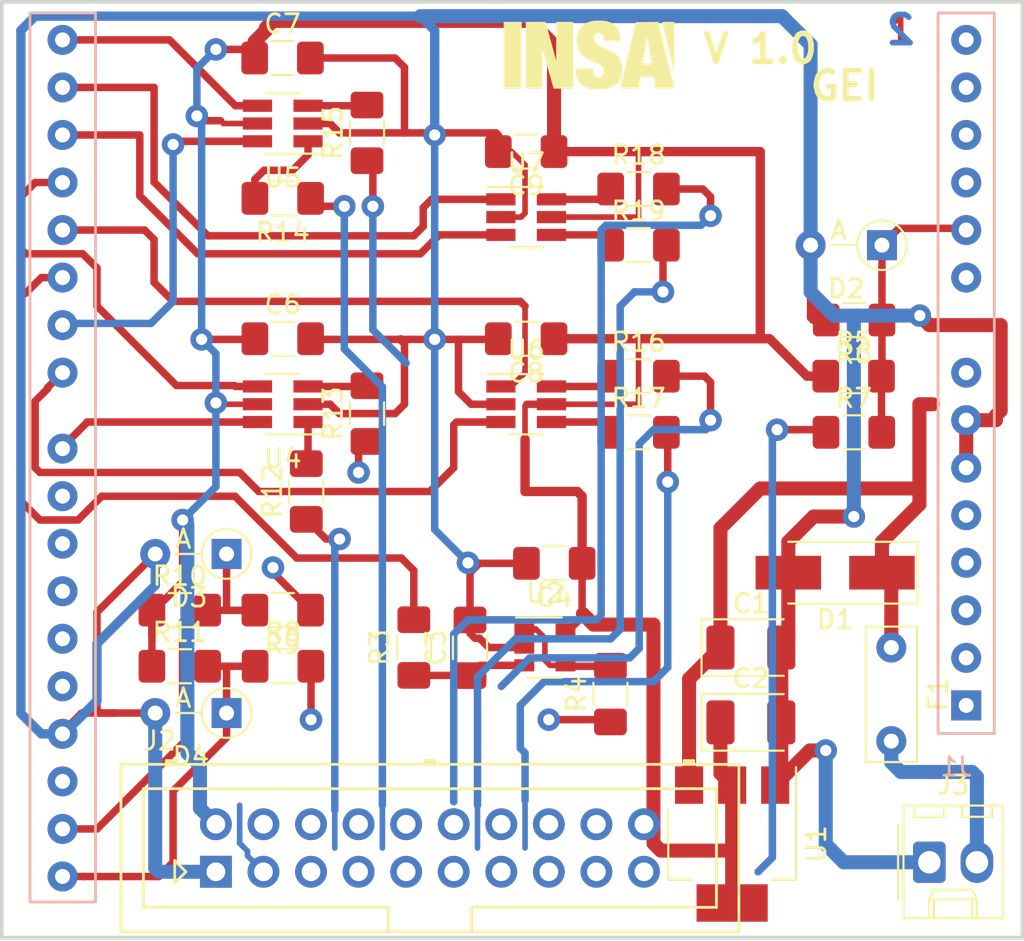
<source format=kicad_pcb>
(kicad_pcb (version 20171130) (host pcbnew 5.1.5-52549c5~84~ubuntu18.04.1)

  (general
    (thickness 1.6)
    (drawings 10)
    (tracks 429)
    (zones 0)
    (modules 40)
    (nets 39)
  )

  (page A4)
  (layers
    (0 F.Cu signal)
    (31 B.Cu signal)
    (32 B.Adhes user)
    (33 F.Adhes user)
    (34 B.Paste user)
    (35 F.Paste user)
    (36 B.SilkS user)
    (37 F.SilkS user)
    (38 B.Mask user)
    (39 F.Mask user)
    (40 Dwgs.User user)
    (41 Cmts.User user)
    (42 Eco1.User user)
    (43 Eco2.User user)
    (44 Edge.Cuts user)
    (45 Margin user)
    (46 B.CrtYd user hide)
    (47 F.CrtYd user hide)
    (48 B.Fab user hide)
    (49 F.Fab user hide)
  )

  (setup
    (last_trace_width 0.4)
    (user_trace_width 0.2)
    (user_trace_width 0.25)
    (user_trace_width 0.3)
    (user_trace_width 0.4)
    (user_trace_width 0.5)
    (user_trace_width 0.75)
    (user_trace_width 1)
    (user_trace_width 2)
    (trace_clearance 0.125)
    (zone_clearance 0.508)
    (zone_45_only no)
    (trace_min 0.15)
    (via_size 0.8)
    (via_drill 0.4)
    (via_min_size 0.6)
    (via_min_drill 0.3)
    (user_via 0.6 0.3)
    (user_via 0.8 0.4)
    (user_via 0.9 0.5)
    (user_via 1.2 0.6)
    (user_via 1.3 0.7)
    (user_via 1.4 0.8)
    (uvia_size 0.3)
    (uvia_drill 0.1)
    (uvias_allowed no)
    (uvia_min_size 0.2)
    (uvia_min_drill 0.1)
    (edge_width 0.2)
    (segment_width 0.2)
    (pcb_text_width 0.3)
    (pcb_text_size 1.5 1.5)
    (mod_edge_width 0.15)
    (mod_text_size 1 1)
    (mod_text_width 0.15)
    (pad_size 1.6 1.6)
    (pad_drill 0.8)
    (pad_to_mask_clearance 0.051)
    (solder_mask_min_width 0.25)
    (aux_axis_origin 90 64)
    (grid_origin 90 64)
    (visible_elements FFFFFF7F)
    (pcbplotparams
      (layerselection 0x010fc_ffffffff)
      (usegerberextensions false)
      (usegerberattributes false)
      (usegerberadvancedattributes false)
      (creategerberjobfile false)
      (excludeedgelayer true)
      (linewidth 0.100000)
      (plotframeref false)
      (viasonmask false)
      (mode 1)
      (useauxorigin false)
      (hpglpennumber 1)
      (hpglpenspeed 20)
      (hpglpendiameter 15.000000)
      (psnegative false)
      (psa4output false)
      (plotreference true)
      (plotvalue true)
      (plotinvisibletext false)
      (padsonsilk false)
      (subtractmaskfromsilk false)
      (outputformat 1)
      (mirror false)
      (drillshape 0)
      (scaleselection 1)
      (outputdirectory "gerber/"))
  )

  (net 0 "")
  (net 1 GND)
  (net 2 +3V3)
  (net 3 "Net-(C3-Pad1)")
  (net 4 /SIM_CARD_DETECT)
  (net 5 "Net-(F1-Pad2)")
  (net 6 /SIM_UART_RX)
  (net 7 /SIM_UART_TX)
  (net 8 /SIM_MOT_DIR)
  (net 9 /SIM_SERVO_PWM)
  (net 10 /SIM_MOT_PWM)
  (net 11 /SIM_CAPTEURS_SDA)
  (net 12 /SIM_CAPTEURS_SCL)
  (net 13 /MOT_PWM)
  (net 14 /MOT_DIR)
  (net 15 /SERVO_PWM)
  (net 16 /CAPTEURS_SDA)
  (net 17 /CAPTEURS_SCL)
  (net 18 /CARD_DETECT)
  (net 19 "Net-(R4-Pad2)")
  (net 20 "Net-(R12-Pad2)")
  (net 21 "Net-(R13-Pad2)")
  (net 22 "Net-(R14-Pad2)")
  (net 23 "Net-(R15-Pad2)")
  (net 24 "Net-(R16-Pad1)")
  (net 25 "Net-(R17-Pad1)")
  (net 26 "Net-(R18-Pad1)")
  (net 27 "Net-(R19-Pad1)")
  (net 28 /SIM_GIRO_PHA)
  (net 29 /SIM_V_BATTERIE)
  (net 30 /SIM_GIRO_PHB)
  (net 31 /SIM_GIRO_IDX)
  (net 32 /GIRO_PHA)
  (net 33 /GIRO_PHB)
  (net 34 /GIRO_INDEX)
  (net 35 /XBEE_UART_TX)
  (net 36 /XBEE_UART_RX)
  (net 37 /TENSION_BATTERIE)
  (net 38 +5V)

  (net_class Default "Ceci est la Netclass par défaut."
    (clearance 0.125)
    (trace_width 0.25)
    (via_dia 0.8)
    (via_drill 0.4)
    (uvia_dia 0.3)
    (uvia_drill 0.1)
    (add_net +3V3)
    (add_net +5V)
    (add_net /CAPTEURS_SCL)
    (add_net /CAPTEURS_SDA)
    (add_net /CARD_DETECT)
    (add_net /GIRO_INDEX)
    (add_net /GIRO_PHA)
    (add_net /GIRO_PHB)
    (add_net /MOT_DIR)
    (add_net /MOT_PWM)
    (add_net /SERVO_PWM)
    (add_net /SIM_CAPTEURS_SCL)
    (add_net /SIM_CAPTEURS_SDA)
    (add_net /SIM_CARD_DETECT)
    (add_net /SIM_GIRO_IDX)
    (add_net /SIM_GIRO_PHA)
    (add_net /SIM_GIRO_PHB)
    (add_net /SIM_MOT_DIR)
    (add_net /SIM_MOT_PWM)
    (add_net /SIM_SERVO_PWM)
    (add_net /SIM_UART_RX)
    (add_net /SIM_UART_TX)
    (add_net /SIM_V_BATTERIE)
    (add_net /TENSION_BATTERIE)
    (add_net /XBEE_UART_RX)
    (add_net /XBEE_UART_TX)
    (add_net "Net-(C3-Pad1)")
    (add_net "Net-(F1-Pad2)")
    (add_net "Net-(R12-Pad2)")
    (add_net "Net-(R13-Pad2)")
    (add_net "Net-(R14-Pad2)")
    (add_net "Net-(R15-Pad2)")
    (add_net "Net-(R16-Pad1)")
    (add_net "Net-(R17-Pad1)")
    (add_net "Net-(R18-Pad1)")
    (add_net "Net-(R19-Pad1)")
    (add_net "Net-(R4-Pad2)")
  )

  (net_class Insa_GEI ""
    (clearance 0.125)
    (trace_width 0.4)
    (via_dia 1.2)
    (via_drill 0.6)
    (uvia_dia 0.3)
    (uvia_drill 0.1)
    (add_net GND)
  )

  (net_class Power ""
    (clearance 0.125)
    (trace_width 0.5)
    (via_dia 1.4)
    (via_drill 0.8)
    (uvia_dia 0.3)
    (uvia_drill 0.1)
  )

  (module Insa:Arduino_UNO_R3_Pin_Only (layer B.Cu) (tedit 5C6590A8) (tstamp 5C656A50)
    (at 141.5 101.592 90)
    (descr "Arduino UNO R3, http://www.mouser.com/pdfdocs/Gravitech_Arduino_Nano3_0.pdf")
    (tags "Arduino UNO R3")
    (path /5C628BB4)
    (fp_text reference J1 (at -3.275 -0.53) (layer B.SilkS)
      (effects (font (size 1 1) (thickness 0.15)) (justify mirror))
    )
    (fp_text value Arduino_UNO_R3 (at 0 -22.86 90) (layer B.Fab)
      (effects (font (size 1 1) (thickness 0.15)) (justify mirror))
    )
    (fp_text user %R (at 0 -20.32 -90) (layer B.Fab)
      (effects (font (size 1 1) (thickness 0.15)) (justify mirror))
    )
    (fp_line (start -10.5 -46.5) (end 37 -46.5) (layer B.SilkS) (width 0.15))
    (fp_line (start 37 -46.5) (end 37 -50) (layer B.SilkS) (width 0.15))
    (fp_line (start 37 -50) (end -10.5 -50) (layer B.SilkS) (width 0.15))
    (fp_line (start -10.5 -50) (end -10.5 -46.5) (layer B.SilkS) (width 0.15))
    (fp_line (start 37 1.5) (end 37 -1.5) (layer B.SilkS) (width 0.15))
    (fp_line (start 37 -1.5) (end -1.5 -1.5) (layer B.SilkS) (width 0.15))
    (fp_line (start -1.5 -1.5) (end -1.5 1.5) (layer B.SilkS) (width 0.15))
    (fp_line (start -1.5 1.5) (end 37 1.5) (layer B.SilkS) (width 0.15))
    (pad 16 thru_hole oval (at 33.02 -48.26) (size 1.6 1.6) (drill 0.8) (layers *.Cu *.Mask)
      (net 6 /SIM_UART_RX))
    (pad 15 thru_hole oval (at 35.56 -48.26) (size 1.6 1.6) (drill 0.8) (layers *.Cu *.Mask)
      (net 7 /SIM_UART_TX))
    (pad 30 thru_hole oval (at -4.06 -48.26) (size 1.6 1.6) (drill 0.8) (layers *.Cu *.Mask))
    (pad 14 thru_hole oval (at 35.56 0) (size 1.6 1.6) (drill 0.8) (layers *.Cu *.Mask))
    (pad 29 thru_hole oval (at -1.52 -48.26) (size 1.6 1.6) (drill 0.8) (layers *.Cu *.Mask)
      (net 1 GND))
    (pad 13 thru_hole oval (at 33.02 0) (size 1.6 1.6) (drill 0.8) (layers *.Cu *.Mask))
    (pad 28 thru_hole oval (at 1.02 -48.26) (size 1.6 1.6) (drill 0.8) (layers *.Cu *.Mask))
    (pad 12 thru_hole oval (at 30.48 0) (size 1.6 1.6) (drill 0.8) (layers *.Cu *.Mask))
    (pad 27 thru_hole oval (at 3.56 -48.26) (size 1.6 1.6) (drill 0.8) (layers *.Cu *.Mask))
    (pad 11 thru_hole oval (at 27.94 0) (size 1.6 1.6) (drill 0.8) (layers *.Cu *.Mask))
    (pad 26 thru_hole oval (at 6.1 -48.26) (size 1.6 1.6) (drill 0.8) (layers *.Cu *.Mask))
    (pad 10 thru_hole oval (at 25.4 0) (size 1.6 1.6) (drill 0.8) (layers *.Cu *.Mask)
      (net 4 /SIM_CARD_DETECT))
    (pad 25 thru_hole oval (at 8.64 -48.26) (size 1.6 1.6) (drill 0.8) (layers *.Cu *.Mask))
    (pad 9 thru_hole oval (at 22.86 0) (size 1.6 1.6) (drill 0.8) (layers *.Cu *.Mask))
    (pad 24 thru_hole oval (at 11.18 -48.26) (size 1.6 1.6) (drill 0.8) (layers *.Cu *.Mask))
    (pad 8 thru_hole oval (at 17.78 0) (size 1.6 1.6) (drill 0.8) (layers *.Cu *.Mask))
    (pad 23 thru_hole oval (at 13.72 -48.26) (size 1.6 1.6) (drill 0.8) (layers *.Cu *.Mask)
      (net 8 /SIM_MOT_DIR))
    (pad 7 thru_hole oval (at 15.24 0) (size 1.6 1.6) (drill 0.8) (layers *.Cu *.Mask)
      (net 1 GND))
    (pad 22 thru_hole oval (at 17.78 -48.26) (size 1.6 1.6) (drill 0.8) (layers *.Cu *.Mask)
      (net 28 /SIM_GIRO_PHA))
    (pad 6 thru_hole oval (at 12.7 0) (size 1.6 1.6) (drill 0.8) (layers *.Cu *.Mask)
      (net 1 GND))
    (pad 21 thru_hole oval (at 20.32 -48.26) (size 1.6 1.6) (drill 0.8) (layers *.Cu *.Mask)
      (net 9 /SIM_SERVO_PWM))
    (pad 5 thru_hole oval (at 10.16 0) (size 1.6 1.6) (drill 0.8) (layers *.Cu *.Mask)
      (net 38 +5V))
    (pad 20 thru_hole oval (at 22.86 -48.26) (size 1.6 1.6) (drill 0.8) (layers *.Cu *.Mask)
      (net 29 /SIM_V_BATTERIE))
    (pad 4 thru_hole oval (at 7.62 0) (size 1.6 1.6) (drill 0.8) (layers *.Cu *.Mask))
    (pad 19 thru_hole oval (at 25.4 -48.26) (size 1.6 1.6) (drill 0.8) (layers *.Cu *.Mask)
      (net 30 /SIM_GIRO_PHB))
    (pad 3 thru_hole oval (at 5.08 0) (size 1.6 1.6) (drill 0.8) (layers *.Cu *.Mask))
    (pad 18 thru_hole oval (at 27.94 -48.26) (size 1.6 1.6) (drill 0.8) (layers *.Cu *.Mask)
      (net 10 /SIM_MOT_PWM))
    (pad 2 thru_hole oval (at 2.54 0) (size 1.6 1.6) (drill 0.8) (layers *.Cu *.Mask))
    (pad 17 thru_hole oval (at 30.48 -48.26) (size 1.6 1.6) (drill 0.8) (layers *.Cu *.Mask)
      (net 31 /SIM_GIRO_IDX))
    (pad 1 thru_hole rect (at 0 0) (size 1.6 1.6) (drill 0.8) (layers *.Cu *.Mask))
    (pad 31 thru_hole oval (at -6.6 -48.26) (size 1.6 1.6) (drill 0.8) (layers *.Cu *.Mask)
      (net 11 /SIM_CAPTEURS_SDA))
    (pad 32 thru_hole oval (at -9.14 -48.26) (size 1.6 1.6) (drill 0.8) (layers *.Cu *.Mask)
      (net 12 /SIM_CAPTEURS_SCL))
    (model ${KISYS3DMOD}/Connector_PinHeader_2.54mm.3dshapes/PinHeader_1x06_P2.54mm_Vertical.wrl
      (offset (xyz 35.55 0 0))
      (scale (xyz 1 1 1))
      (rotate (xyz 0 0 90))
    )
    (model ${KISYS3DMOD}/Connector_PinHeader_2.54mm.3dshapes/PinHeader_1x08_P2.54mm_Vertical.wrl
      (offset (xyz 17.7 0 0))
      (scale (xyz 1 1 1))
      (rotate (xyz 0 0 90))
    )
    (model ${KISYS3DMOD}/Connector_PinHeader_2.54mm.3dshapes/PinHeader_1x08_P2.54mm_Vertical.wrl
      (offset (xyz 35.55 -48.15 0))
      (scale (xyz 1 1 1))
      (rotate (xyz 0 0 90))
    )
    (model ${KISYS3DMOD}/Connector_PinHeader_2.54mm.3dshapes/PinHeader_1x10_P2.54mm_Vertical.wrl
      (offset (xyz 13.7 -48.15 0))
      (scale (xyz 1 1 1))
      (rotate (xyz 0 0 90))
    )
  )

  (module Insa:insa-image (layer F.Cu) (tedit 0) (tstamp 5CCE60CC)
    (at 121.5 67)
    (path /5CC35BF7)
    (fp_text reference Logo1 (at 0 0) (layer F.SilkS) hide
      (effects (font (size 1.524 1.524) (thickness 0.3)))
    )
    (fp_text value LOGO (at 0.75 0) (layer F.SilkS) hide
      (effects (font (size 1.524 1.524) (thickness 0.3)))
    )
    (fp_poly (pts (xy 0.537899 -1.989188) (xy 0.682291 -1.978388) (xy 0.797311 -1.961026) (xy 0.993266 -1.901446)
      (xy 1.159745 -1.811761) (xy 1.295966 -1.69299) (xy 1.40115 -1.546152) (xy 1.474513 -1.372266)
      (xy 1.515276 -1.172351) (xy 1.524 -1.013111) (xy 1.524 -0.889) (xy 0.656166 -0.889)
      (xy 0.656166 -0.940875) (xy 0.643806 -1.064248) (xy 0.609513 -1.173904) (xy 0.557467 -1.263123)
      (xy 0.491846 -1.325185) (xy 0.416832 -1.353369) (xy 0.398991 -1.354354) (xy 0.297363 -1.334881)
      (xy 0.215098 -1.281166) (xy 0.157278 -1.19882) (xy 0.128989 -1.093454) (xy 0.127 -1.054152)
      (xy 0.133154 -0.971225) (xy 0.154162 -0.898486) (xy 0.193841 -0.832637) (xy 0.256006 -0.770378)
      (xy 0.344476 -0.708411) (xy 0.463066 -0.643438) (xy 0.615594 -0.572158) (xy 0.752754 -0.513331)
      (xy 0.868474 -0.462933) (xy 0.980989 -0.410382) (xy 1.079341 -0.361032) (xy 1.152571 -0.320238)
      (xy 1.168063 -0.310428) (xy 1.330873 -0.180121) (xy 1.457621 -0.028873) (xy 1.548696 0.144168)
      (xy 1.604484 0.339853) (xy 1.625374 0.559034) (xy 1.622244 0.688045) (xy 1.594521 0.907497)
      (xy 1.539358 1.095513) (xy 1.455091 1.25424) (xy 1.340055 1.385823) (xy 1.192585 1.49241)
      (xy 1.011015 1.576145) (xy 0.907039 1.610081) (xy 0.797673 1.633398) (xy 0.657715 1.650807)
      (xy 0.498539 1.661976) (xy 0.331517 1.666574) (xy 0.168024 1.664272) (xy 0.019431 1.654737)
      (xy -0.094675 1.639229) (xy -0.296195 1.584582) (xy -0.465904 1.502331) (xy -0.604065 1.392138)
      (xy -0.710942 1.253663) (xy -0.786799 1.086567) (xy -0.831898 0.890512) (xy -0.846507 0.672042)
      (xy -0.846667 0.550334) (xy 0.058031 0.550334) (xy 0.072896 0.681715) (xy 0.096231 0.816115)
      (xy 0.133587 0.914092) (xy 0.188298 0.980185) (xy 0.263699 1.018933) (xy 0.330388 1.032196)
      (xy 0.436807 1.025864) (xy 0.526303 0.985415) (xy 0.594824 0.917063) (xy 0.638321 0.827022)
      (xy 0.65274 0.721503) (xy 0.634031 0.606721) (xy 0.624933 0.580492) (xy 0.587438 0.508949)
      (xy 0.529301 0.442394) (xy 0.445988 0.377583) (xy 0.33296 0.311275) (xy 0.185683 0.240226)
      (xy 0.091626 0.199302) (xy -0.056235 0.135844) (xy -0.171762 0.083655) (xy -0.262127 0.038783)
      (xy -0.334498 -0.002721) (xy -0.396046 -0.044808) (xy -0.453941 -0.091427) (xy -0.483863 -0.117765)
      (xy -0.603042 -0.24263) (xy -0.690714 -0.377506) (xy -0.74954 -0.529162) (xy -0.782181 -0.704363)
      (xy -0.791358 -0.899583) (xy -0.775704 -1.137766) (xy -0.730298 -1.34599) (xy -0.654764 -1.524771)
      (xy -0.548731 -1.674628) (xy -0.411826 -1.796078) (xy -0.243675 -1.88964) (xy -0.043905 -1.955831)
      (xy -0.027767 -1.959677) (xy 0.084847 -1.977917) (xy 0.225668 -1.988931) (xy 0.381189 -1.992695)
      (xy 0.537899 -1.989188)) (layer F.SilkS) (width 0.01))
    (fp_poly (pts (xy -3.7465 1.629834) (xy -4.699 1.629834) (xy -4.699 -1.926166) (xy -3.7465 -1.926166)
      (xy -3.7465 1.629834)) (layer F.SilkS) (width 0.01))
    (fp_poly (pts (xy -0.994834 1.629834) (xy -2.03036 1.629834) (xy -2.059578 1.529292) (xy -2.071186 1.488732)
      (xy -2.092991 1.411942) (xy -2.123715 1.303442) (xy -2.16208 1.16775) (xy -2.206811 1.009386)
      (xy -2.256629 0.832869) (xy -2.310257 0.642719) (xy -2.362023 0.459057) (xy -2.63525 -0.510636)
      (xy -2.646222 1.629834) (xy -3.513667 1.629834) (xy -3.513667 -1.926166) (xy -2.465917 -1.925752)
      (xy -1.894417 0.169296) (xy -1.883439 -1.926166) (xy -0.994834 -1.926166) (xy -0.994834 1.629834)) (layer F.SilkS) (width 0.01))
    (fp_poly (pts (xy 3.619724 -1.646034) (xy 3.636266 -1.577792) (xy 3.661877 -1.472594) (xy 3.695539 -1.334602)
      (xy 3.736236 -1.167976) (xy 3.782949 -0.976874) (xy 3.834663 -0.765456) (xy 3.890359 -0.537884)
      (xy 3.949022 -0.298316) (xy 4.009634 -0.050912) (xy 4.045059 0.093629) (xy 4.104251 0.335639)
      (xy 4.160383 0.566174) (xy 4.212647 0.781853) (xy 4.260237 0.979295) (xy 4.302344 1.155116)
      (xy 4.338161 1.305934) (xy 4.36688 1.428369) (xy 4.387693 1.519038) (xy 4.399794 1.574559)
      (xy 4.402666 1.591171) (xy 4.400382 1.603461) (xy 4.39018 1.612836) (xy 4.367041 1.619688)
      (xy 4.325943 1.624409) (xy 4.261864 1.627392) (xy 4.169784 1.629028) (xy 4.044681 1.62971)
      (xy 3.907895 1.629834) (xy 3.413125 1.629834) (xy 3.402086 1.571625) (xy 3.394788 1.528322)
      (xy 3.383116 1.453655) (xy 3.368687 1.358169) (xy 3.35337 1.254125) (xy 3.315692 0.994834)
      (xy 2.605418 0.994834) (xy 2.592744 1.063625) (xy 2.58449 1.112221) (xy 2.571858 1.191069)
      (xy 2.556684 1.288549) (xy 2.543393 1.375834) (xy 2.506716 1.61925) (xy 2.015358 1.624932)
      (xy 1.858605 1.626555) (xy 1.73916 1.627112) (xy 1.652004 1.626278) (xy 1.592117 1.623729)
      (xy 1.554482 1.61914) (xy 1.534078 1.612185) (xy 1.525887 1.60254) (xy 1.524743 1.593182)
      (xy 1.529715 1.567322) (xy 1.543917 1.503403) (xy 1.566619 1.404509) (xy 1.597091 1.273725)
      (xy 1.634606 1.114138) (xy 1.678433 0.928833) (xy 1.727844 0.720896) (xy 1.78211 0.493411)
      (xy 1.834342 0.275192) (xy 2.715817 0.275192) (xy 2.727924 0.28578) (xy 2.759825 0.292116)
      (xy 2.818242 0.295263) (xy 2.909898 0.296283) (xy 2.951323 0.296334) (xy 3.063741 0.295039)
      (xy 3.13873 0.290808) (xy 3.181123 0.283117) (xy 3.195757 0.271443) (xy 3.19588 0.269875)
      (xy 3.192353 0.242076) (xy 3.182642 0.179476) (xy 3.167773 0.088044) (xy 3.148774 -0.026247)
      (xy 3.126673 -0.157426) (xy 3.102497 -0.299523) (xy 3.077273 -0.446566) (xy 3.052029 -0.592585)
      (xy 3.027793 -0.731608) (xy 3.005592 -0.857664) (xy 2.986454 -0.964782) (xy 2.971407 -1.046992)
      (xy 2.961477 -1.098321) (xy 2.957873 -1.113182) (xy 2.952976 -1.094709) (xy 2.942066 -1.039337)
      (xy 2.926013 -0.951937) (xy 2.905685 -0.837378) (xy 2.881952 -0.700533) (xy 2.855684 -0.546272)
      (xy 2.839281 -0.448663) (xy 2.811612 -0.283951) (xy 2.785782 -0.131603) (xy 2.762709 0.003081)
      (xy 2.74331 0.114799) (xy 2.728503 0.198249) (xy 2.719204 0.24813) (xy 2.716782 0.259292)
      (xy 2.715817 0.275192) (xy 1.834342 0.275192) (xy 1.840501 0.249464) (xy 1.902289 -0.007859)
      (xy 1.943707 -0.179916) (xy 2.361928 -1.915583) (xy 3.551996 -1.926819) (xy 3.619724 -1.646034)) (layer F.SilkS) (width 0.01))
    (fp_poly (pts (xy 4.402666 -0.592666) (xy 4.402585 -0.359383) (xy 4.402349 -0.139078) (xy 4.401974 0.064679)
      (xy 4.401473 0.248317) (xy 4.400861 0.408266) (xy 4.400152 0.540956) (xy 4.39936 0.642817)
      (xy 4.3985 0.710278) (xy 4.397584 0.73977) (xy 4.397375 0.740808) (xy 4.391731 0.720777)
      (xy 4.377252 0.663009) (xy 4.35477 0.570984) (xy 4.325118 0.44818) (xy 4.289131 0.298075)
      (xy 4.247642 0.124148) (xy 4.201483 -0.070122) (xy 4.151489 -0.281258) (xy 4.098493 -0.505781)
      (xy 4.086743 -0.55565) (xy 4.032984 -0.783866) (xy 3.981948 -1.00044) (xy 3.934489 -1.201762)
      (xy 3.891457 -1.384219) (xy 3.853706 -1.544202) (xy 3.822088 -1.678098) (xy 3.797454 -1.782297)
      (xy 3.780658 -1.853188) (xy 3.77255 -1.88716) (xy 3.772066 -1.889125) (xy 3.77154 -1.903342)
      (xy 3.7823 -1.913388) (xy 3.810342 -1.919977) (xy 3.861665 -1.923825) (xy 3.942266 -1.925647)
      (xy 4.058142 -1.926159) (xy 4.082697 -1.926166) (xy 4.402666 -1.926166) (xy 4.402666 -0.592666)) (layer F.SilkS) (width 0.01))
  )

  (module Capacitor_Tantalum_SMD:CP_EIA-3528-21_Kemet-B_Pad1.50x2.35mm_HandSolder (layer F.Cu) (tedit 5B342532) (tstamp 5E600822)
    (at 130 98.5)
    (descr "Tantalum Capacitor SMD Kemet-B (3528-21 Metric), IPC_7351 nominal, (Body size from: http://www.kemet.com/Lists/ProductCatalog/Attachments/253/KEM_TC101_STD.pdf), generated with kicad-footprint-generator")
    (tags "capacitor tantalum")
    (path /5E6A06B4)
    (attr smd)
    (fp_text reference C1 (at 0 -2.35) (layer F.SilkS)
      (effects (font (size 1 1) (thickness 0.15)))
    )
    (fp_text value 10µF (at 0 2.35) (layer F.Fab)
      (effects (font (size 1 1) (thickness 0.15)))
    )
    (fp_line (start 1.75 -1.4) (end -1.05 -1.4) (layer F.Fab) (width 0.1))
    (fp_line (start -1.05 -1.4) (end -1.75 -0.7) (layer F.Fab) (width 0.1))
    (fp_line (start -1.75 -0.7) (end -1.75 1.4) (layer F.Fab) (width 0.1))
    (fp_line (start -1.75 1.4) (end 1.75 1.4) (layer F.Fab) (width 0.1))
    (fp_line (start 1.75 1.4) (end 1.75 -1.4) (layer F.Fab) (width 0.1))
    (fp_line (start 1.75 -1.51) (end -2.635 -1.51) (layer F.SilkS) (width 0.12))
    (fp_line (start -2.635 -1.51) (end -2.635 1.51) (layer F.SilkS) (width 0.12))
    (fp_line (start -2.635 1.51) (end 1.75 1.51) (layer F.SilkS) (width 0.12))
    (fp_line (start -2.62 1.65) (end -2.62 -1.65) (layer F.CrtYd) (width 0.05))
    (fp_line (start -2.62 -1.65) (end 2.62 -1.65) (layer F.CrtYd) (width 0.05))
    (fp_line (start 2.62 -1.65) (end 2.62 1.65) (layer F.CrtYd) (width 0.05))
    (fp_line (start 2.62 1.65) (end -2.62 1.65) (layer F.CrtYd) (width 0.05))
    (fp_text user %R (at 0 0) (layer F.Fab)
      (effects (font (size 0.88 0.88) (thickness 0.13)))
    )
    (pad 1 smd roundrect (at -1.625 0) (size 1.5 2.35) (layers F.Cu F.Paste F.Mask) (roundrect_rratio 0.166667)
      (net 38 +5V))
    (pad 2 smd roundrect (at 1.625 0) (size 1.5 2.35) (layers F.Cu F.Paste F.Mask) (roundrect_rratio 0.166667)
      (net 1 GND))
    (model ${KISYS3DMOD}/Capacitor_Tantalum_SMD.3dshapes/CP_EIA-3528-21_Kemet-B.wrl
      (at (xyz 0 0 0))
      (scale (xyz 1 1 1))
      (rotate (xyz 0 0 0))
    )
  )

  (module Capacitor_Tantalum_SMD:CP_EIA-3528-21_Kemet-B_Pad1.50x2.35mm_HandSolder (layer F.Cu) (tedit 5B342532) (tstamp 5E600835)
    (at 130 102.5)
    (descr "Tantalum Capacitor SMD Kemet-B (3528-21 Metric), IPC_7351 nominal, (Body size from: http://www.kemet.com/Lists/ProductCatalog/Attachments/253/KEM_TC101_STD.pdf), generated with kicad-footprint-generator")
    (tags "capacitor tantalum")
    (path /5E69F232)
    (attr smd)
    (fp_text reference C2 (at 0 -2.35) (layer F.SilkS)
      (effects (font (size 1 1) (thickness 0.15)))
    )
    (fp_text value 100µF (at 0 2.35) (layer F.Fab)
      (effects (font (size 1 1) (thickness 0.15)))
    )
    (fp_text user %R (at 0 0) (layer F.Fab)
      (effects (font (size 0.88 0.88) (thickness 0.13)))
    )
    (fp_line (start 2.62 1.65) (end -2.62 1.65) (layer F.CrtYd) (width 0.05))
    (fp_line (start 2.62 -1.65) (end 2.62 1.65) (layer F.CrtYd) (width 0.05))
    (fp_line (start -2.62 -1.65) (end 2.62 -1.65) (layer F.CrtYd) (width 0.05))
    (fp_line (start -2.62 1.65) (end -2.62 -1.65) (layer F.CrtYd) (width 0.05))
    (fp_line (start -2.635 1.51) (end 1.75 1.51) (layer F.SilkS) (width 0.12))
    (fp_line (start -2.635 -1.51) (end -2.635 1.51) (layer F.SilkS) (width 0.12))
    (fp_line (start 1.75 -1.51) (end -2.635 -1.51) (layer F.SilkS) (width 0.12))
    (fp_line (start 1.75 1.4) (end 1.75 -1.4) (layer F.Fab) (width 0.1))
    (fp_line (start -1.75 1.4) (end 1.75 1.4) (layer F.Fab) (width 0.1))
    (fp_line (start -1.75 -0.7) (end -1.75 1.4) (layer F.Fab) (width 0.1))
    (fp_line (start -1.05 -1.4) (end -1.75 -0.7) (layer F.Fab) (width 0.1))
    (fp_line (start 1.75 -1.4) (end -1.05 -1.4) (layer F.Fab) (width 0.1))
    (pad 2 smd roundrect (at 1.625 0) (size 1.5 2.35) (layers F.Cu F.Paste F.Mask) (roundrect_rratio 0.166667)
      (net 1 GND))
    (pad 1 smd roundrect (at -1.625 0) (size 1.5 2.35) (layers F.Cu F.Paste F.Mask) (roundrect_rratio 0.166667)
      (net 2 +3V3))
    (model ${KISYS3DMOD}/Capacitor_Tantalum_SMD.3dshapes/CP_EIA-3528-21_Kemet-B.wrl
      (at (xyz 0 0 0))
      (scale (xyz 1 1 1))
      (rotate (xyz 0 0 0))
    )
  )

  (module Capacitor_SMD:C_1206_3216Metric_Pad1.42x1.75mm_HandSolder (layer F.Cu) (tedit 5B301BBE) (tstamp 5E600846)
    (at 115 98.5125 90)
    (descr "Capacitor SMD 1206 (3216 Metric), square (rectangular) end terminal, IPC_7351 nominal with elongated pad for handsoldering. (Body size source: http://www.tortai-tech.com/upload/download/2011102023233369053.pdf), generated with kicad-footprint-generator")
    (tags "capacitor handsolder")
    (path /5E6480FE)
    (attr smd)
    (fp_text reference C3 (at 0 -1.82 90) (layer F.SilkS)
      (effects (font (size 1 1) (thickness 0.15)))
    )
    (fp_text value 10µF (at 0 1.82 90) (layer F.Fab)
      (effects (font (size 1 1) (thickness 0.15)))
    )
    (fp_line (start -1.6 0.8) (end -1.6 -0.8) (layer F.Fab) (width 0.1))
    (fp_line (start -1.6 -0.8) (end 1.6 -0.8) (layer F.Fab) (width 0.1))
    (fp_line (start 1.6 -0.8) (end 1.6 0.8) (layer F.Fab) (width 0.1))
    (fp_line (start 1.6 0.8) (end -1.6 0.8) (layer F.Fab) (width 0.1))
    (fp_line (start -0.602064 -0.91) (end 0.602064 -0.91) (layer F.SilkS) (width 0.12))
    (fp_line (start -0.602064 0.91) (end 0.602064 0.91) (layer F.SilkS) (width 0.12))
    (fp_line (start -2.45 1.12) (end -2.45 -1.12) (layer F.CrtYd) (width 0.05))
    (fp_line (start -2.45 -1.12) (end 2.45 -1.12) (layer F.CrtYd) (width 0.05))
    (fp_line (start 2.45 -1.12) (end 2.45 1.12) (layer F.CrtYd) (width 0.05))
    (fp_line (start 2.45 1.12) (end -2.45 1.12) (layer F.CrtYd) (width 0.05))
    (fp_text user %R (at 0 0 90) (layer F.Fab)
      (effects (font (size 0.8 0.8) (thickness 0.12)))
    )
    (pad 1 smd roundrect (at -1.4875 0 90) (size 1.425 1.75) (layers F.Cu F.Paste F.Mask) (roundrect_rratio 0.175439)
      (net 3 "Net-(C3-Pad1)"))
    (pad 2 smd roundrect (at 1.4875 0 90) (size 1.425 1.75) (layers F.Cu F.Paste F.Mask) (roundrect_rratio 0.175439)
      (net 1 GND))
    (model ${KISYS3DMOD}/Capacitor_SMD.3dshapes/C_1206_3216Metric.wrl
      (at (xyz 0 0 0))
      (scale (xyz 1 1 1))
      (rotate (xyz 0 0 0))
    )
  )

  (module Capacitor_SMD:C_1206_3216Metric_Pad1.42x1.75mm_HandSolder (layer F.Cu) (tedit 5B301BBE) (tstamp 5E600857)
    (at 119.5 94 180)
    (descr "Capacitor SMD 1206 (3216 Metric), square (rectangular) end terminal, IPC_7351 nominal with elongated pad for handsoldering. (Body size source: http://www.tortai-tech.com/upload/download/2011102023233369053.pdf), generated with kicad-footprint-generator")
    (tags "capacitor handsolder")
    (path /5E65EE6B)
    (attr smd)
    (fp_text reference C4 (at 0 -1.82) (layer F.SilkS)
      (effects (font (size 1 1) (thickness 0.15)))
    )
    (fp_text value 100nF (at 0 1.82) (layer F.Fab)
      (effects (font (size 1 1) (thickness 0.15)))
    )
    (fp_text user %R (at 0 0) (layer F.Fab)
      (effects (font (size 0.8 0.8) (thickness 0.12)))
    )
    (fp_line (start 2.45 1.12) (end -2.45 1.12) (layer F.CrtYd) (width 0.05))
    (fp_line (start 2.45 -1.12) (end 2.45 1.12) (layer F.CrtYd) (width 0.05))
    (fp_line (start -2.45 -1.12) (end 2.45 -1.12) (layer F.CrtYd) (width 0.05))
    (fp_line (start -2.45 1.12) (end -2.45 -1.12) (layer F.CrtYd) (width 0.05))
    (fp_line (start -0.602064 0.91) (end 0.602064 0.91) (layer F.SilkS) (width 0.12))
    (fp_line (start -0.602064 -0.91) (end 0.602064 -0.91) (layer F.SilkS) (width 0.12))
    (fp_line (start 1.6 0.8) (end -1.6 0.8) (layer F.Fab) (width 0.1))
    (fp_line (start 1.6 -0.8) (end 1.6 0.8) (layer F.Fab) (width 0.1))
    (fp_line (start -1.6 -0.8) (end 1.6 -0.8) (layer F.Fab) (width 0.1))
    (fp_line (start -1.6 0.8) (end -1.6 -0.8) (layer F.Fab) (width 0.1))
    (pad 2 smd roundrect (at 1.4875 0 180) (size 1.425 1.75) (layers F.Cu F.Paste F.Mask) (roundrect_rratio 0.175439)
      (net 1 GND))
    (pad 1 smd roundrect (at -1.4875 0 180) (size 1.425 1.75) (layers F.Cu F.Paste F.Mask) (roundrect_rratio 0.175439)
      (net 2 +3V3))
    (model ${KISYS3DMOD}/Capacitor_SMD.3dshapes/C_1206_3216Metric.wrl
      (at (xyz 0 0 0))
      (scale (xyz 1 1 1))
      (rotate (xyz 0 0 0))
    )
  )

  (module Capacitor_SMD:C_1206_3216Metric_Pad1.42x1.75mm_HandSolder (layer F.Cu) (tedit 5B301BBE) (tstamp 5E600879)
    (at 105 82)
    (descr "Capacitor SMD 1206 (3216 Metric), square (rectangular) end terminal, IPC_7351 nominal with elongated pad for handsoldering. (Body size source: http://www.tortai-tech.com/upload/download/2011102023233369053.pdf), generated with kicad-footprint-generator")
    (tags "capacitor handsolder")
    (path /5E9B1379/5E9CF652)
    (attr smd)
    (fp_text reference C6 (at 0 -1.82) (layer F.SilkS)
      (effects (font (size 1 1) (thickness 0.15)))
    )
    (fp_text value 100nF (at 0 1.82) (layer F.Fab)
      (effects (font (size 1 1) (thickness 0.15)))
    )
    (fp_text user %R (at 0 0) (layer F.Fab)
      (effects (font (size 0.8 0.8) (thickness 0.12)))
    )
    (fp_line (start 2.45 1.12) (end -2.45 1.12) (layer F.CrtYd) (width 0.05))
    (fp_line (start 2.45 -1.12) (end 2.45 1.12) (layer F.CrtYd) (width 0.05))
    (fp_line (start -2.45 -1.12) (end 2.45 -1.12) (layer F.CrtYd) (width 0.05))
    (fp_line (start -2.45 1.12) (end -2.45 -1.12) (layer F.CrtYd) (width 0.05))
    (fp_line (start -0.602064 0.91) (end 0.602064 0.91) (layer F.SilkS) (width 0.12))
    (fp_line (start -0.602064 -0.91) (end 0.602064 -0.91) (layer F.SilkS) (width 0.12))
    (fp_line (start 1.6 0.8) (end -1.6 0.8) (layer F.Fab) (width 0.1))
    (fp_line (start 1.6 -0.8) (end 1.6 0.8) (layer F.Fab) (width 0.1))
    (fp_line (start -1.6 -0.8) (end 1.6 -0.8) (layer F.Fab) (width 0.1))
    (fp_line (start -1.6 0.8) (end -1.6 -0.8) (layer F.Fab) (width 0.1))
    (pad 2 smd roundrect (at 1.4875 0) (size 1.425 1.75) (layers F.Cu F.Paste F.Mask) (roundrect_rratio 0.175439)
      (net 1 GND))
    (pad 1 smd roundrect (at -1.4875 0) (size 1.425 1.75) (layers F.Cu F.Paste F.Mask) (roundrect_rratio 0.175439)
      (net 2 +3V3))
    (model ${KISYS3DMOD}/Capacitor_SMD.3dshapes/C_1206_3216Metric.wrl
      (at (xyz 0 0 0))
      (scale (xyz 1 1 1))
      (rotate (xyz 0 0 0))
    )
  )

  (module Capacitor_SMD:C_1206_3216Metric_Pad1.42x1.75mm_HandSolder (layer F.Cu) (tedit 5B301BBE) (tstamp 5E60088A)
    (at 104.9875 67)
    (descr "Capacitor SMD 1206 (3216 Metric), square (rectangular) end terminal, IPC_7351 nominal with elongated pad for handsoldering. (Body size source: http://www.tortai-tech.com/upload/download/2011102023233369053.pdf), generated with kicad-footprint-generator")
    (tags "capacitor handsolder")
    (path /5E9B1379/5E9CF664)
    (attr smd)
    (fp_text reference C7 (at 0 -1.82) (layer F.SilkS)
      (effects (font (size 1 1) (thickness 0.15)))
    )
    (fp_text value 100nF (at 0 1.82) (layer F.Fab)
      (effects (font (size 1 1) (thickness 0.15)))
    )
    (fp_line (start -1.6 0.8) (end -1.6 -0.8) (layer F.Fab) (width 0.1))
    (fp_line (start -1.6 -0.8) (end 1.6 -0.8) (layer F.Fab) (width 0.1))
    (fp_line (start 1.6 -0.8) (end 1.6 0.8) (layer F.Fab) (width 0.1))
    (fp_line (start 1.6 0.8) (end -1.6 0.8) (layer F.Fab) (width 0.1))
    (fp_line (start -0.602064 -0.91) (end 0.602064 -0.91) (layer F.SilkS) (width 0.12))
    (fp_line (start -0.602064 0.91) (end 0.602064 0.91) (layer F.SilkS) (width 0.12))
    (fp_line (start -2.45 1.12) (end -2.45 -1.12) (layer F.CrtYd) (width 0.05))
    (fp_line (start -2.45 -1.12) (end 2.45 -1.12) (layer F.CrtYd) (width 0.05))
    (fp_line (start 2.45 -1.12) (end 2.45 1.12) (layer F.CrtYd) (width 0.05))
    (fp_line (start 2.45 1.12) (end -2.45 1.12) (layer F.CrtYd) (width 0.05))
    (fp_text user %R (at 0 0) (layer F.Fab)
      (effects (font (size 0.8 0.8) (thickness 0.12)))
    )
    (pad 1 smd roundrect (at -1.4875 0) (size 1.425 1.75) (layers F.Cu F.Paste F.Mask) (roundrect_rratio 0.175439)
      (net 2 +3V3))
    (pad 2 smd roundrect (at 1.4875 0) (size 1.425 1.75) (layers F.Cu F.Paste F.Mask) (roundrect_rratio 0.175439)
      (net 1 GND))
    (model ${KISYS3DMOD}/Capacitor_SMD.3dshapes/C_1206_3216Metric.wrl
      (at (xyz 0 0 0))
      (scale (xyz 1 1 1))
      (rotate (xyz 0 0 0))
    )
  )

  (module Capacitor_SMD:C_1206_3216Metric_Pad1.42x1.75mm_HandSolder (layer F.Cu) (tedit 5B301BBE) (tstamp 5E60089B)
    (at 118 82 180)
    (descr "Capacitor SMD 1206 (3216 Metric), square (rectangular) end terminal, IPC_7351 nominal with elongated pad for handsoldering. (Body size source: http://www.tortai-tech.com/upload/download/2011102023233369053.pdf), generated with kicad-footprint-generator")
    (tags "capacitor handsolder")
    (path /5E9B1379/5E9CF688)
    (attr smd)
    (fp_text reference C8 (at 0 -1.82) (layer F.SilkS)
      (effects (font (size 1 1) (thickness 0.15)))
    )
    (fp_text value 100nF (at 0 1.82) (layer F.Fab)
      (effects (font (size 1 1) (thickness 0.15)))
    )
    (fp_line (start -1.6 0.8) (end -1.6 -0.8) (layer F.Fab) (width 0.1))
    (fp_line (start -1.6 -0.8) (end 1.6 -0.8) (layer F.Fab) (width 0.1))
    (fp_line (start 1.6 -0.8) (end 1.6 0.8) (layer F.Fab) (width 0.1))
    (fp_line (start 1.6 0.8) (end -1.6 0.8) (layer F.Fab) (width 0.1))
    (fp_line (start -0.602064 -0.91) (end 0.602064 -0.91) (layer F.SilkS) (width 0.12))
    (fp_line (start -0.602064 0.91) (end 0.602064 0.91) (layer F.SilkS) (width 0.12))
    (fp_line (start -2.45 1.12) (end -2.45 -1.12) (layer F.CrtYd) (width 0.05))
    (fp_line (start -2.45 -1.12) (end 2.45 -1.12) (layer F.CrtYd) (width 0.05))
    (fp_line (start 2.45 -1.12) (end 2.45 1.12) (layer F.CrtYd) (width 0.05))
    (fp_line (start 2.45 1.12) (end -2.45 1.12) (layer F.CrtYd) (width 0.05))
    (fp_text user %R (at 0 0) (layer F.Fab)
      (effects (font (size 0.8 0.8) (thickness 0.12)))
    )
    (pad 1 smd roundrect (at -1.4875 0 180) (size 1.425 1.75) (layers F.Cu F.Paste F.Mask) (roundrect_rratio 0.175439)
      (net 2 +3V3))
    (pad 2 smd roundrect (at 1.4875 0 180) (size 1.425 1.75) (layers F.Cu F.Paste F.Mask) (roundrect_rratio 0.175439)
      (net 1 GND))
    (model ${KISYS3DMOD}/Capacitor_SMD.3dshapes/C_1206_3216Metric.wrl
      (at (xyz 0 0 0))
      (scale (xyz 1 1 1))
      (rotate (xyz 0 0 0))
    )
  )

  (module Capacitor_SMD:C_1206_3216Metric_Pad1.42x1.75mm_HandSolder (layer F.Cu) (tedit 5B301BBE) (tstamp 5E6008AC)
    (at 118 72 180)
    (descr "Capacitor SMD 1206 (3216 Metric), square (rectangular) end terminal, IPC_7351 nominal with elongated pad for handsoldering. (Body size source: http://www.tortai-tech.com/upload/download/2011102023233369053.pdf), generated with kicad-footprint-generator")
    (tags "capacitor handsolder")
    (path /5E9B1379/5E9CF676)
    (attr smd)
    (fp_text reference C9 (at 0 -1.82) (layer F.SilkS)
      (effects (font (size 1 1) (thickness 0.15)))
    )
    (fp_text value 100nF (at 0 1.82) (layer F.Fab)
      (effects (font (size 1 1) (thickness 0.15)))
    )
    (fp_text user %R (at 0 0) (layer F.Fab)
      (effects (font (size 0.8 0.8) (thickness 0.12)))
    )
    (fp_line (start 2.45 1.12) (end -2.45 1.12) (layer F.CrtYd) (width 0.05))
    (fp_line (start 2.45 -1.12) (end 2.45 1.12) (layer F.CrtYd) (width 0.05))
    (fp_line (start -2.45 -1.12) (end 2.45 -1.12) (layer F.CrtYd) (width 0.05))
    (fp_line (start -2.45 1.12) (end -2.45 -1.12) (layer F.CrtYd) (width 0.05))
    (fp_line (start -0.602064 0.91) (end 0.602064 0.91) (layer F.SilkS) (width 0.12))
    (fp_line (start -0.602064 -0.91) (end 0.602064 -0.91) (layer F.SilkS) (width 0.12))
    (fp_line (start 1.6 0.8) (end -1.6 0.8) (layer F.Fab) (width 0.1))
    (fp_line (start 1.6 -0.8) (end 1.6 0.8) (layer F.Fab) (width 0.1))
    (fp_line (start -1.6 -0.8) (end 1.6 -0.8) (layer F.Fab) (width 0.1))
    (fp_line (start -1.6 0.8) (end -1.6 -0.8) (layer F.Fab) (width 0.1))
    (pad 2 smd roundrect (at 1.4875 0 180) (size 1.425 1.75) (layers F.Cu F.Paste F.Mask) (roundrect_rratio 0.175439)
      (net 1 GND))
    (pad 1 smd roundrect (at -1.4875 0 180) (size 1.425 1.75) (layers F.Cu F.Paste F.Mask) (roundrect_rratio 0.175439)
      (net 2 +3V3))
    (model ${KISYS3DMOD}/Capacitor_SMD.3dshapes/C_1206_3216Metric.wrl
      (at (xyz 0 0 0))
      (scale (xyz 1 1 1))
      (rotate (xyz 0 0 0))
    )
  )

  (module Diode_SMD:D_SMA_Handsoldering (layer F.Cu) (tedit 58643398) (tstamp 5E6008C4)
    (at 134.5 94.5 180)
    (descr "Diode SMA (DO-214AC) Handsoldering")
    (tags "Diode SMA (DO-214AC) Handsoldering")
    (path /5E6CEC68)
    (attr smd)
    (fp_text reference D1 (at 0 -2.5) (layer F.SilkS)
      (effects (font (size 1 1) (thickness 0.15)))
    )
    (fp_text value CSA2D-E3/I (at 0 2.6) (layer F.Fab)
      (effects (font (size 1 1) (thickness 0.15)))
    )
    (fp_line (start -4.4 -1.65) (end 2.5 -1.65) (layer F.SilkS) (width 0.12))
    (fp_line (start -4.4 1.65) (end 2.5 1.65) (layer F.SilkS) (width 0.12))
    (fp_line (start -0.64944 0.00102) (end 0.50118 -0.79908) (layer F.Fab) (width 0.1))
    (fp_line (start -0.64944 0.00102) (end 0.50118 0.75032) (layer F.Fab) (width 0.1))
    (fp_line (start 0.50118 0.75032) (end 0.50118 -0.79908) (layer F.Fab) (width 0.1))
    (fp_line (start -0.64944 -0.79908) (end -0.64944 0.80112) (layer F.Fab) (width 0.1))
    (fp_line (start 0.50118 0.00102) (end 1.4994 0.00102) (layer F.Fab) (width 0.1))
    (fp_line (start -0.64944 0.00102) (end -1.55114 0.00102) (layer F.Fab) (width 0.1))
    (fp_line (start -4.5 1.75) (end -4.5 -1.75) (layer F.CrtYd) (width 0.05))
    (fp_line (start 4.5 1.75) (end -4.5 1.75) (layer F.CrtYd) (width 0.05))
    (fp_line (start 4.5 -1.75) (end 4.5 1.75) (layer F.CrtYd) (width 0.05))
    (fp_line (start -4.5 -1.75) (end 4.5 -1.75) (layer F.CrtYd) (width 0.05))
    (fp_line (start 2.3 -1.5) (end -2.3 -1.5) (layer F.Fab) (width 0.1))
    (fp_line (start 2.3 -1.5) (end 2.3 1.5) (layer F.Fab) (width 0.1))
    (fp_line (start -2.3 1.5) (end -2.3 -1.5) (layer F.Fab) (width 0.1))
    (fp_line (start 2.3 1.5) (end -2.3 1.5) (layer F.Fab) (width 0.1))
    (fp_line (start -4.4 -1.65) (end -4.4 1.65) (layer F.SilkS) (width 0.12))
    (fp_text user %R (at 0 -2.5) (layer F.Fab)
      (effects (font (size 1 1) (thickness 0.15)))
    )
    (pad 2 smd rect (at 2.5 0 180) (size 3.5 1.8) (layers F.Cu F.Paste F.Mask)
      (net 1 GND))
    (pad 1 smd rect (at -2.5 0 180) (size 3.5 1.8) (layers F.Cu F.Paste F.Mask)
      (net 38 +5V))
    (model ${KISYS3DMOD}/Diode_SMD.3dshapes/D_SMA.wrl
      (at (xyz 0 0 0))
      (scale (xyz 1 1 1))
      (rotate (xyz 0 0 0))
    )
  )

  (module Capacitor_THT:C_Disc_D7.0mm_W2.5mm_P5.00mm (layer F.Cu) (tedit 5AE50EF0) (tstamp 5E6008EF)
    (at 137.5 98.5 270)
    (descr "C, Disc series, Radial, pin pitch=5.00mm, , diameter*width=7*2.5mm^2, Capacitor, http://cdn-reichelt.de/documents/datenblatt/B300/DS_KERKO_TC.pdf")
    (tags "C Disc series Radial pin pitch 5.00mm  diameter 7mm width 2.5mm Capacitor")
    (path /5E68F359)
    (fp_text reference F1 (at 2.5 -2.5 90) (layer F.SilkS)
      (effects (font (size 1 1) (thickness 0.15)))
    )
    (fp_text value "Littefuse 72R075U" (at 2.5 2.5 90) (layer F.Fab)
      (effects (font (size 1 1) (thickness 0.15)))
    )
    (fp_line (start -1 -1.25) (end -1 1.25) (layer F.Fab) (width 0.1))
    (fp_line (start -1 1.25) (end 6 1.25) (layer F.Fab) (width 0.1))
    (fp_line (start 6 1.25) (end 6 -1.25) (layer F.Fab) (width 0.1))
    (fp_line (start 6 -1.25) (end -1 -1.25) (layer F.Fab) (width 0.1))
    (fp_line (start -1.12 -1.37) (end 6.12 -1.37) (layer F.SilkS) (width 0.12))
    (fp_line (start -1.12 1.37) (end 6.12 1.37) (layer F.SilkS) (width 0.12))
    (fp_line (start -1.12 -1.37) (end -1.12 1.37) (layer F.SilkS) (width 0.12))
    (fp_line (start 6.12 -1.37) (end 6.12 1.37) (layer F.SilkS) (width 0.12))
    (fp_line (start -1.25 -1.5) (end -1.25 1.5) (layer F.CrtYd) (width 0.05))
    (fp_line (start -1.25 1.5) (end 6.25 1.5) (layer F.CrtYd) (width 0.05))
    (fp_line (start 6.25 1.5) (end 6.25 -1.5) (layer F.CrtYd) (width 0.05))
    (fp_line (start 6.25 -1.5) (end -1.25 -1.5) (layer F.CrtYd) (width 0.05))
    (fp_text user %R (at 2.5 0 90) (layer F.Fab)
      (effects (font (size 1 1) (thickness 0.15)))
    )
    (pad 1 thru_hole circle (at 0 0 270) (size 1.6 1.6) (drill 0.8) (layers *.Cu *.Mask)
      (net 38 +5V))
    (pad 2 thru_hole circle (at 5 0 270) (size 1.6 1.6) (drill 0.8) (layers *.Cu *.Mask)
      (net 5 "Net-(F1-Pad2)"))
    (model ${KISYS3DMOD}/Capacitor_THT.3dshapes/C_Disc_D7.0mm_W2.5mm_P5.00mm.wrl
      (at (xyz 0 0 0))
      (scale (xyz 1 1 1))
      (rotate (xyz 0 0 0))
    )
  )

  (module Resistor_SMD:R_1206_3216Metric_Pad1.42x1.75mm_HandSolder (layer F.Cu) (tedit 5B301BBD) (tstamp 5E600948)
    (at 112 98.5 90)
    (descr "Resistor SMD 1206 (3216 Metric), square (rectangular) end terminal, IPC_7351 nominal with elongated pad for handsoldering. (Body size source: http://www.tortai-tech.com/upload/download/2011102023233369053.pdf), generated with kicad-footprint-generator")
    (tags "resistor handsolder")
    (path /5E647712)
    (attr smd)
    (fp_text reference R3 (at 0 -1.82 90) (layer F.SilkS)
      (effects (font (size 1 1) (thickness 0.15)))
    )
    (fp_text value 16K (at 0 1.82 90) (layer F.Fab)
      (effects (font (size 1 1) (thickness 0.15)))
    )
    (fp_line (start -1.6 0.8) (end -1.6 -0.8) (layer F.Fab) (width 0.1))
    (fp_line (start -1.6 -0.8) (end 1.6 -0.8) (layer F.Fab) (width 0.1))
    (fp_line (start 1.6 -0.8) (end 1.6 0.8) (layer F.Fab) (width 0.1))
    (fp_line (start 1.6 0.8) (end -1.6 0.8) (layer F.Fab) (width 0.1))
    (fp_line (start -0.602064 -0.91) (end 0.602064 -0.91) (layer F.SilkS) (width 0.12))
    (fp_line (start -0.602064 0.91) (end 0.602064 0.91) (layer F.SilkS) (width 0.12))
    (fp_line (start -2.45 1.12) (end -2.45 -1.12) (layer F.CrtYd) (width 0.05))
    (fp_line (start -2.45 -1.12) (end 2.45 -1.12) (layer F.CrtYd) (width 0.05))
    (fp_line (start 2.45 -1.12) (end 2.45 1.12) (layer F.CrtYd) (width 0.05))
    (fp_line (start 2.45 1.12) (end -2.45 1.12) (layer F.CrtYd) (width 0.05))
    (fp_text user %R (at 0 0 90) (layer F.Fab)
      (effects (font (size 0.8 0.8) (thickness 0.12)))
    )
    (pad 1 smd roundrect (at -1.4875 0 90) (size 1.425 1.75) (layers F.Cu F.Paste F.Mask) (roundrect_rratio 0.175439)
      (net 3 "Net-(C3-Pad1)"))
    (pad 2 smd roundrect (at 1.4875 0 90) (size 1.425 1.75) (layers F.Cu F.Paste F.Mask) (roundrect_rratio 0.175439)
      (net 29 /SIM_V_BATTERIE))
    (model ${KISYS3DMOD}/Resistor_SMD.3dshapes/R_1206_3216Metric.wrl
      (at (xyz 0 0 0))
      (scale (xyz 1 1 1))
      (rotate (xyz 0 0 0))
    )
  )

  (module Resistor_SMD:R_1206_3216Metric_Pad1.42x1.75mm_HandSolder (layer F.Cu) (tedit 5B301BBD) (tstamp 5E600959)
    (at 122.5 100.9875 90)
    (descr "Resistor SMD 1206 (3216 Metric), square (rectangular) end terminal, IPC_7351 nominal with elongated pad for handsoldering. (Body size source: http://www.tortai-tech.com/upload/download/2011102023233369053.pdf), generated with kicad-footprint-generator")
    (tags "resistor handsolder")
    (path /5E64CEDB)
    (attr smd)
    (fp_text reference R4 (at 0 -1.82 90) (layer F.SilkS)
      (effects (font (size 1 1) (thickness 0.15)))
    )
    (fp_text value 330 (at 0 1.82 90) (layer F.Fab)
      (effects (font (size 1 1) (thickness 0.15)))
    )
    (fp_text user %R (at 0 0 90) (layer F.Fab)
      (effects (font (size 0.8 0.8) (thickness 0.12)))
    )
    (fp_line (start 2.45 1.12) (end -2.45 1.12) (layer F.CrtYd) (width 0.05))
    (fp_line (start 2.45 -1.12) (end 2.45 1.12) (layer F.CrtYd) (width 0.05))
    (fp_line (start -2.45 -1.12) (end 2.45 -1.12) (layer F.CrtYd) (width 0.05))
    (fp_line (start -2.45 1.12) (end -2.45 -1.12) (layer F.CrtYd) (width 0.05))
    (fp_line (start -0.602064 0.91) (end 0.602064 0.91) (layer F.SilkS) (width 0.12))
    (fp_line (start -0.602064 -0.91) (end 0.602064 -0.91) (layer F.SilkS) (width 0.12))
    (fp_line (start 1.6 0.8) (end -1.6 0.8) (layer F.Fab) (width 0.1))
    (fp_line (start 1.6 -0.8) (end 1.6 0.8) (layer F.Fab) (width 0.1))
    (fp_line (start -1.6 -0.8) (end 1.6 -0.8) (layer F.Fab) (width 0.1))
    (fp_line (start -1.6 0.8) (end -1.6 -0.8) (layer F.Fab) (width 0.1))
    (pad 2 smd roundrect (at 1.4875 0 90) (size 1.425 1.75) (layers F.Cu F.Paste F.Mask) (roundrect_rratio 0.175439)
      (net 19 "Net-(R4-Pad2)"))
    (pad 1 smd roundrect (at -1.4875 0 90) (size 1.425 1.75) (layers F.Cu F.Paste F.Mask) (roundrect_rratio 0.175439)
      (net 37 /TENSION_BATTERIE))
    (model ${KISYS3DMOD}/Resistor_SMD.3dshapes/R_1206_3216Metric.wrl
      (at (xyz 0 0 0))
      (scale (xyz 1 1 1))
      (rotate (xyz 0 0 0))
    )
  )

  (module Resistor_SMD:R_1206_3216Metric_Pad1.42x1.75mm_HandSolder (layer F.Cu) (tedit 5B301BBD) (tstamp 5E60096A)
    (at 135.4875 84)
    (descr "Resistor SMD 1206 (3216 Metric), square (rectangular) end terminal, IPC_7351 nominal with elongated pad for handsoldering. (Body size source: http://www.tortai-tech.com/upload/download/2011102023233369053.pdf), generated with kicad-footprint-generator")
    (tags "resistor handsolder")
    (path /5E6E4437)
    (attr smd)
    (fp_text reference R5 (at 0 -1.82) (layer F.SilkS)
      (effects (font (size 1 1) (thickness 0.15)))
    )
    (fp_text value 1K (at 0 1.82) (layer F.Fab)
      (effects (font (size 1 1) (thickness 0.15)))
    )
    (fp_text user %R (at 0 0) (layer F.Fab)
      (effects (font (size 0.8 0.8) (thickness 0.12)))
    )
    (fp_line (start 2.45 1.12) (end -2.45 1.12) (layer F.CrtYd) (width 0.05))
    (fp_line (start 2.45 -1.12) (end 2.45 1.12) (layer F.CrtYd) (width 0.05))
    (fp_line (start -2.45 -1.12) (end 2.45 -1.12) (layer F.CrtYd) (width 0.05))
    (fp_line (start -2.45 1.12) (end -2.45 -1.12) (layer F.CrtYd) (width 0.05))
    (fp_line (start -0.602064 0.91) (end 0.602064 0.91) (layer F.SilkS) (width 0.12))
    (fp_line (start -0.602064 -0.91) (end 0.602064 -0.91) (layer F.SilkS) (width 0.12))
    (fp_line (start 1.6 0.8) (end -1.6 0.8) (layer F.Fab) (width 0.1))
    (fp_line (start 1.6 -0.8) (end 1.6 0.8) (layer F.Fab) (width 0.1))
    (fp_line (start -1.6 -0.8) (end 1.6 -0.8) (layer F.Fab) (width 0.1))
    (fp_line (start -1.6 0.8) (end -1.6 -0.8) (layer F.Fab) (width 0.1))
    (pad 2 smd roundrect (at 1.4875 0) (size 1.425 1.75) (layers F.Cu F.Paste F.Mask) (roundrect_rratio 0.175439)
      (net 4 /SIM_CARD_DETECT))
    (pad 1 smd roundrect (at -1.4875 0) (size 1.425 1.75) (layers F.Cu F.Paste F.Mask) (roundrect_rratio 0.175439)
      (net 2 +3V3))
    (model ${KISYS3DMOD}/Resistor_SMD.3dshapes/R_1206_3216Metric.wrl
      (at (xyz 0 0 0))
      (scale (xyz 1 1 1))
      (rotate (xyz 0 0 0))
    )
  )

  (module Resistor_SMD:R_1206_3216Metric_Pad1.42x1.75mm_HandSolder (layer F.Cu) (tedit 5B301BBD) (tstamp 5E60097B)
    (at 135.5125 81 180)
    (descr "Resistor SMD 1206 (3216 Metric), square (rectangular) end terminal, IPC_7351 nominal with elongated pad for handsoldering. (Body size source: http://www.tortai-tech.com/upload/download/2011102023233369053.pdf), generated with kicad-footprint-generator")
    (tags "resistor handsolder")
    (path /5E6E657D)
    (attr smd)
    (fp_text reference R6 (at 0 -1.82) (layer F.SilkS)
      (effects (font (size 1 1) (thickness 0.15)))
    )
    (fp_text value 1K (at 0 1.82) (layer F.Fab)
      (effects (font (size 1 1) (thickness 0.15)))
    )
    (fp_line (start -1.6 0.8) (end -1.6 -0.8) (layer F.Fab) (width 0.1))
    (fp_line (start -1.6 -0.8) (end 1.6 -0.8) (layer F.Fab) (width 0.1))
    (fp_line (start 1.6 -0.8) (end 1.6 0.8) (layer F.Fab) (width 0.1))
    (fp_line (start 1.6 0.8) (end -1.6 0.8) (layer F.Fab) (width 0.1))
    (fp_line (start -0.602064 -0.91) (end 0.602064 -0.91) (layer F.SilkS) (width 0.12))
    (fp_line (start -0.602064 0.91) (end 0.602064 0.91) (layer F.SilkS) (width 0.12))
    (fp_line (start -2.45 1.12) (end -2.45 -1.12) (layer F.CrtYd) (width 0.05))
    (fp_line (start -2.45 -1.12) (end 2.45 -1.12) (layer F.CrtYd) (width 0.05))
    (fp_line (start 2.45 -1.12) (end 2.45 1.12) (layer F.CrtYd) (width 0.05))
    (fp_line (start 2.45 1.12) (end -2.45 1.12) (layer F.CrtYd) (width 0.05))
    (fp_text user %R (at 0 0) (layer F.Fab)
      (effects (font (size 0.8 0.8) (thickness 0.12)))
    )
    (pad 1 smd roundrect (at -1.4875 0 180) (size 1.425 1.75) (layers F.Cu F.Paste F.Mask) (roundrect_rratio 0.175439)
      (net 4 /SIM_CARD_DETECT))
    (pad 2 smd roundrect (at 1.4875 0 180) (size 1.425 1.75) (layers F.Cu F.Paste F.Mask) (roundrect_rratio 0.175439)
      (net 1 GND))
    (model ${KISYS3DMOD}/Resistor_SMD.3dshapes/R_1206_3216Metric.wrl
      (at (xyz 0 0 0))
      (scale (xyz 1 1 1))
      (rotate (xyz 0 0 0))
    )
  )

  (module Resistor_SMD:R_1206_3216Metric_Pad1.42x1.75mm_HandSolder (layer F.Cu) (tedit 5B301BBD) (tstamp 5E60098C)
    (at 135.5 87)
    (descr "Resistor SMD 1206 (3216 Metric), square (rectangular) end terminal, IPC_7351 nominal with elongated pad for handsoldering. (Body size source: http://www.tortai-tech.com/upload/download/2011102023233369053.pdf), generated with kicad-footprint-generator")
    (tags "resistor handsolder")
    (path /5E7168E4)
    (attr smd)
    (fp_text reference R7 (at 0 -1.82) (layer F.SilkS)
      (effects (font (size 1 1) (thickness 0.15)))
    )
    (fp_text value 330 (at 0 1.82) (layer F.Fab)
      (effects (font (size 1 1) (thickness 0.15)))
    )
    (fp_text user %R (at 0 0) (layer F.Fab)
      (effects (font (size 0.8 0.8) (thickness 0.12)))
    )
    (fp_line (start 2.45 1.12) (end -2.45 1.12) (layer F.CrtYd) (width 0.05))
    (fp_line (start 2.45 -1.12) (end 2.45 1.12) (layer F.CrtYd) (width 0.05))
    (fp_line (start -2.45 -1.12) (end 2.45 -1.12) (layer F.CrtYd) (width 0.05))
    (fp_line (start -2.45 1.12) (end -2.45 -1.12) (layer F.CrtYd) (width 0.05))
    (fp_line (start -0.602064 0.91) (end 0.602064 0.91) (layer F.SilkS) (width 0.12))
    (fp_line (start -0.602064 -0.91) (end 0.602064 -0.91) (layer F.SilkS) (width 0.12))
    (fp_line (start 1.6 0.8) (end -1.6 0.8) (layer F.Fab) (width 0.1))
    (fp_line (start 1.6 -0.8) (end 1.6 0.8) (layer F.Fab) (width 0.1))
    (fp_line (start -1.6 -0.8) (end 1.6 -0.8) (layer F.Fab) (width 0.1))
    (fp_line (start -1.6 0.8) (end -1.6 -0.8) (layer F.Fab) (width 0.1))
    (pad 2 smd roundrect (at 1.4875 0) (size 1.425 1.75) (layers F.Cu F.Paste F.Mask) (roundrect_rratio 0.175439)
      (net 4 /SIM_CARD_DETECT))
    (pad 1 smd roundrect (at -1.4875 0) (size 1.425 1.75) (layers F.Cu F.Paste F.Mask) (roundrect_rratio 0.175439)
      (net 18 /CARD_DETECT))
    (model ${KISYS3DMOD}/Resistor_SMD.3dshapes/R_1206_3216Metric.wrl
      (at (xyz 0 0 0))
      (scale (xyz 1 1 1))
      (rotate (xyz 0 0 0))
    )
  )

  (module Resistor_SMD:R_1206_3216Metric_Pad1.42x1.75mm_HandSolder (layer F.Cu) (tedit 5B301BBD) (tstamp 5E60099D)
    (at 105.0125 99.5)
    (descr "Resistor SMD 1206 (3216 Metric), square (rectangular) end terminal, IPC_7351 nominal with elongated pad for handsoldering. (Body size source: http://www.tortai-tech.com/upload/download/2011102023233369053.pdf), generated with kicad-footprint-generator")
    (tags "resistor handsolder")
    (path /5E73E28E)
    (attr smd)
    (fp_text reference R8 (at 0 -1.82) (layer F.SilkS)
      (effects (font (size 1 1) (thickness 0.15)))
    )
    (fp_text value 330 (at 0 1.82) (layer F.Fab)
      (effects (font (size 1 1) (thickness 0.15)))
    )
    (fp_line (start -1.6 0.8) (end -1.6 -0.8) (layer F.Fab) (width 0.1))
    (fp_line (start -1.6 -0.8) (end 1.6 -0.8) (layer F.Fab) (width 0.1))
    (fp_line (start 1.6 -0.8) (end 1.6 0.8) (layer F.Fab) (width 0.1))
    (fp_line (start 1.6 0.8) (end -1.6 0.8) (layer F.Fab) (width 0.1))
    (fp_line (start -0.602064 -0.91) (end 0.602064 -0.91) (layer F.SilkS) (width 0.12))
    (fp_line (start -0.602064 0.91) (end 0.602064 0.91) (layer F.SilkS) (width 0.12))
    (fp_line (start -2.45 1.12) (end -2.45 -1.12) (layer F.CrtYd) (width 0.05))
    (fp_line (start -2.45 -1.12) (end 2.45 -1.12) (layer F.CrtYd) (width 0.05))
    (fp_line (start 2.45 -1.12) (end 2.45 1.12) (layer F.CrtYd) (width 0.05))
    (fp_line (start 2.45 1.12) (end -2.45 1.12) (layer F.CrtYd) (width 0.05))
    (fp_text user %R (at 0 0) (layer F.Fab)
      (effects (font (size 0.8 0.8) (thickness 0.12)))
    )
    (pad 1 smd roundrect (at -1.4875 0) (size 1.425 1.75) (layers F.Cu F.Paste F.Mask) (roundrect_rratio 0.175439)
      (net 12 /SIM_CAPTEURS_SCL))
    (pad 2 smd roundrect (at 1.4875 0) (size 1.425 1.75) (layers F.Cu F.Paste F.Mask) (roundrect_rratio 0.175439)
      (net 17 /CAPTEURS_SCL))
    (model ${KISYS3DMOD}/Resistor_SMD.3dshapes/R_1206_3216Metric.wrl
      (at (xyz 0 0 0))
      (scale (xyz 1 1 1))
      (rotate (xyz 0 0 0))
    )
  )

  (module Resistor_SMD:R_1206_3216Metric_Pad1.42x1.75mm_HandSolder (layer F.Cu) (tedit 5B301BBD) (tstamp 5E6009AE)
    (at 105 96.5 180)
    (descr "Resistor SMD 1206 (3216 Metric), square (rectangular) end terminal, IPC_7351 nominal with elongated pad for handsoldering. (Body size source: http://www.tortai-tech.com/upload/download/2011102023233369053.pdf), generated with kicad-footprint-generator")
    (tags "resistor handsolder")
    (path /5E73E294)
    (attr smd)
    (fp_text reference R9 (at 0 -1.82) (layer F.SilkS)
      (effects (font (size 1 1) (thickness 0.15)))
    )
    (fp_text value 330 (at 0 1.82) (layer F.Fab)
      (effects (font (size 1 1) (thickness 0.15)))
    )
    (fp_text user %R (at 0 0) (layer F.Fab)
      (effects (font (size 0.8 0.8) (thickness 0.12)))
    )
    (fp_line (start 2.45 1.12) (end -2.45 1.12) (layer F.CrtYd) (width 0.05))
    (fp_line (start 2.45 -1.12) (end 2.45 1.12) (layer F.CrtYd) (width 0.05))
    (fp_line (start -2.45 -1.12) (end 2.45 -1.12) (layer F.CrtYd) (width 0.05))
    (fp_line (start -2.45 1.12) (end -2.45 -1.12) (layer F.CrtYd) (width 0.05))
    (fp_line (start -0.602064 0.91) (end 0.602064 0.91) (layer F.SilkS) (width 0.12))
    (fp_line (start -0.602064 -0.91) (end 0.602064 -0.91) (layer F.SilkS) (width 0.12))
    (fp_line (start 1.6 0.8) (end -1.6 0.8) (layer F.Fab) (width 0.1))
    (fp_line (start 1.6 -0.8) (end 1.6 0.8) (layer F.Fab) (width 0.1))
    (fp_line (start -1.6 -0.8) (end 1.6 -0.8) (layer F.Fab) (width 0.1))
    (fp_line (start -1.6 0.8) (end -1.6 -0.8) (layer F.Fab) (width 0.1))
    (pad 2 smd roundrect (at 1.4875 0 180) (size 1.425 1.75) (layers F.Cu F.Paste F.Mask) (roundrect_rratio 0.175439)
      (net 11 /SIM_CAPTEURS_SDA))
    (pad 1 smd roundrect (at -1.4875 0 180) (size 1.425 1.75) (layers F.Cu F.Paste F.Mask) (roundrect_rratio 0.175439)
      (net 16 /CAPTEURS_SDA))
    (model ${KISYS3DMOD}/Resistor_SMD.3dshapes/R_1206_3216Metric.wrl
      (at (xyz 0 0 0))
      (scale (xyz 1 1 1))
      (rotate (xyz 0 0 0))
    )
  )

  (module Resistor_SMD:R_1206_3216Metric_Pad1.42x1.75mm_HandSolder (layer F.Cu) (tedit 5B301BBD) (tstamp 5E6009BF)
    (at 99.5 96.5)
    (descr "Resistor SMD 1206 (3216 Metric), square (rectangular) end terminal, IPC_7351 nominal with elongated pad for handsoldering. (Body size source: http://www.tortai-tech.com/upload/download/2011102023233369053.pdf), generated with kicad-footprint-generator")
    (tags "resistor handsolder")
    (path /5E720984)
    (attr smd)
    (fp_text reference R10 (at 0 -1.82) (layer F.SilkS)
      (effects (font (size 1 1) (thickness 0.15)))
    )
    (fp_text value 3.3K (at 0 1.82) (layer F.Fab)
      (effects (font (size 1 1) (thickness 0.15)))
    )
    (fp_line (start -1.6 0.8) (end -1.6 -0.8) (layer F.Fab) (width 0.1))
    (fp_line (start -1.6 -0.8) (end 1.6 -0.8) (layer F.Fab) (width 0.1))
    (fp_line (start 1.6 -0.8) (end 1.6 0.8) (layer F.Fab) (width 0.1))
    (fp_line (start 1.6 0.8) (end -1.6 0.8) (layer F.Fab) (width 0.1))
    (fp_line (start -0.602064 -0.91) (end 0.602064 -0.91) (layer F.SilkS) (width 0.12))
    (fp_line (start -0.602064 0.91) (end 0.602064 0.91) (layer F.SilkS) (width 0.12))
    (fp_line (start -2.45 1.12) (end -2.45 -1.12) (layer F.CrtYd) (width 0.05))
    (fp_line (start -2.45 -1.12) (end 2.45 -1.12) (layer F.CrtYd) (width 0.05))
    (fp_line (start 2.45 -1.12) (end 2.45 1.12) (layer F.CrtYd) (width 0.05))
    (fp_line (start 2.45 1.12) (end -2.45 1.12) (layer F.CrtYd) (width 0.05))
    (fp_text user %R (at 0 0) (layer F.Fab)
      (effects (font (size 0.8 0.8) (thickness 0.12)))
    )
    (pad 1 smd roundrect (at -1.4875 0) (size 1.425 1.75) (layers F.Cu F.Paste F.Mask) (roundrect_rratio 0.175439)
      (net 2 +3V3))
    (pad 2 smd roundrect (at 1.4875 0) (size 1.425 1.75) (layers F.Cu F.Paste F.Mask) (roundrect_rratio 0.175439)
      (net 11 /SIM_CAPTEURS_SDA))
    (model ${KISYS3DMOD}/Resistor_SMD.3dshapes/R_1206_3216Metric.wrl
      (at (xyz 0 0 0))
      (scale (xyz 1 1 1))
      (rotate (xyz 0 0 0))
    )
  )

  (module Resistor_SMD:R_1206_3216Metric_Pad1.42x1.75mm_HandSolder (layer F.Cu) (tedit 5B301BBD) (tstamp 5E6009D0)
    (at 99.5 99.5)
    (descr "Resistor SMD 1206 (3216 Metric), square (rectangular) end terminal, IPC_7351 nominal with elongated pad for handsoldering. (Body size source: http://www.tortai-tech.com/upload/download/2011102023233369053.pdf), generated with kicad-footprint-generator")
    (tags "resistor handsolder")
    (path /5E72098A)
    (attr smd)
    (fp_text reference R11 (at 0 -1.82) (layer F.SilkS)
      (effects (font (size 1 1) (thickness 0.15)))
    )
    (fp_text value 3.3K (at 0 1.82) (layer F.Fab)
      (effects (font (size 1 1) (thickness 0.15)))
    )
    (fp_text user %R (at 0 0) (layer F.Fab)
      (effects (font (size 0.8 0.8) (thickness 0.12)))
    )
    (fp_line (start 2.45 1.12) (end -2.45 1.12) (layer F.CrtYd) (width 0.05))
    (fp_line (start 2.45 -1.12) (end 2.45 1.12) (layer F.CrtYd) (width 0.05))
    (fp_line (start -2.45 -1.12) (end 2.45 -1.12) (layer F.CrtYd) (width 0.05))
    (fp_line (start -2.45 1.12) (end -2.45 -1.12) (layer F.CrtYd) (width 0.05))
    (fp_line (start -0.602064 0.91) (end 0.602064 0.91) (layer F.SilkS) (width 0.12))
    (fp_line (start -0.602064 -0.91) (end 0.602064 -0.91) (layer F.SilkS) (width 0.12))
    (fp_line (start 1.6 0.8) (end -1.6 0.8) (layer F.Fab) (width 0.1))
    (fp_line (start 1.6 -0.8) (end 1.6 0.8) (layer F.Fab) (width 0.1))
    (fp_line (start -1.6 -0.8) (end 1.6 -0.8) (layer F.Fab) (width 0.1))
    (fp_line (start -1.6 0.8) (end -1.6 -0.8) (layer F.Fab) (width 0.1))
    (pad 2 smd roundrect (at 1.4875 0) (size 1.425 1.75) (layers F.Cu F.Paste F.Mask) (roundrect_rratio 0.175439)
      (net 12 /SIM_CAPTEURS_SCL))
    (pad 1 smd roundrect (at -1.4875 0) (size 1.425 1.75) (layers F.Cu F.Paste F.Mask) (roundrect_rratio 0.175439)
      (net 2 +3V3))
    (model ${KISYS3DMOD}/Resistor_SMD.3dshapes/R_1206_3216Metric.wrl
      (at (xyz 0 0 0))
      (scale (xyz 1 1 1))
      (rotate (xyz 0 0 0))
    )
  )

  (module Resistor_SMD:R_1206_3216Metric_Pad1.42x1.75mm_HandSolder (layer F.Cu) (tedit 5B301BBD) (tstamp 5E6009E1)
    (at 106.256 90.162 90)
    (descr "Resistor SMD 1206 (3216 Metric), square (rectangular) end terminal, IPC_7351 nominal with elongated pad for handsoldering. (Body size source: http://www.tortai-tech.com/upload/download/2011102023233369053.pdf), generated with kicad-footprint-generator")
    (tags "resistor handsolder")
    (path /5E9B1379/5E9CF59E)
    (attr smd)
    (fp_text reference R12 (at 0 -1.82 90) (layer F.SilkS)
      (effects (font (size 1 1) (thickness 0.15)))
    )
    (fp_text value 330 (at 0 1.82 90) (layer F.Fab)
      (effects (font (size 1 1) (thickness 0.15)))
    )
    (fp_text user %R (at 0 0 90) (layer F.Fab)
      (effects (font (size 0.8 0.8) (thickness 0.12)))
    )
    (fp_line (start 2.45 1.12) (end -2.45 1.12) (layer F.CrtYd) (width 0.05))
    (fp_line (start 2.45 -1.12) (end 2.45 1.12) (layer F.CrtYd) (width 0.05))
    (fp_line (start -2.45 -1.12) (end 2.45 -1.12) (layer F.CrtYd) (width 0.05))
    (fp_line (start -2.45 1.12) (end -2.45 -1.12) (layer F.CrtYd) (width 0.05))
    (fp_line (start -0.602064 0.91) (end 0.602064 0.91) (layer F.SilkS) (width 0.12))
    (fp_line (start -0.602064 -0.91) (end 0.602064 -0.91) (layer F.SilkS) (width 0.12))
    (fp_line (start 1.6 0.8) (end -1.6 0.8) (layer F.Fab) (width 0.1))
    (fp_line (start 1.6 -0.8) (end 1.6 0.8) (layer F.Fab) (width 0.1))
    (fp_line (start -1.6 -0.8) (end 1.6 -0.8) (layer F.Fab) (width 0.1))
    (fp_line (start -1.6 0.8) (end -1.6 -0.8) (layer F.Fab) (width 0.1))
    (pad 2 smd roundrect (at 1.4875 0 90) (size 1.425 1.75) (layers F.Cu F.Paste F.Mask) (roundrect_rratio 0.175439)
      (net 20 "Net-(R12-Pad2)"))
    (pad 1 smd roundrect (at -1.4875 0 90) (size 1.425 1.75) (layers F.Cu F.Paste F.Mask) (roundrect_rratio 0.175439)
      (net 14 /MOT_DIR))
    (model ${KISYS3DMOD}/Resistor_SMD.3dshapes/R_1206_3216Metric.wrl
      (at (xyz 0 0 0))
      (scale (xyz 1 1 1))
      (rotate (xyz 0 0 0))
    )
  )

  (module Resistor_SMD:R_1206_3216Metric_Pad1.42x1.75mm_HandSolder (layer F.Cu) (tedit 5B301BBD) (tstamp 5E6009F2)
    (at 109.5 86 90)
    (descr "Resistor SMD 1206 (3216 Metric), square (rectangular) end terminal, IPC_7351 nominal with elongated pad for handsoldering. (Body size source: http://www.tortai-tech.com/upload/download/2011102023233369053.pdf), generated with kicad-footprint-generator")
    (tags "resistor handsolder")
    (path /5E9B1379/5E9CF5A4)
    (attr smd)
    (fp_text reference R13 (at 0 -1.82 90) (layer F.SilkS)
      (effects (font (size 1 1) (thickness 0.15)))
    )
    (fp_text value 330 (at 0 1.82 90) (layer F.Fab)
      (effects (font (size 1 1) (thickness 0.15)))
    )
    (fp_line (start -1.6 0.8) (end -1.6 -0.8) (layer F.Fab) (width 0.1))
    (fp_line (start -1.6 -0.8) (end 1.6 -0.8) (layer F.Fab) (width 0.1))
    (fp_line (start 1.6 -0.8) (end 1.6 0.8) (layer F.Fab) (width 0.1))
    (fp_line (start 1.6 0.8) (end -1.6 0.8) (layer F.Fab) (width 0.1))
    (fp_line (start -0.602064 -0.91) (end 0.602064 -0.91) (layer F.SilkS) (width 0.12))
    (fp_line (start -0.602064 0.91) (end 0.602064 0.91) (layer F.SilkS) (width 0.12))
    (fp_line (start -2.45 1.12) (end -2.45 -1.12) (layer F.CrtYd) (width 0.05))
    (fp_line (start -2.45 -1.12) (end 2.45 -1.12) (layer F.CrtYd) (width 0.05))
    (fp_line (start 2.45 -1.12) (end 2.45 1.12) (layer F.CrtYd) (width 0.05))
    (fp_line (start 2.45 1.12) (end -2.45 1.12) (layer F.CrtYd) (width 0.05))
    (fp_text user %R (at 0 0 90) (layer F.Fab)
      (effects (font (size 0.8 0.8) (thickness 0.12)))
    )
    (pad 1 smd roundrect (at -1.4875 0 90) (size 1.425 1.75) (layers F.Cu F.Paste F.Mask) (roundrect_rratio 0.175439)
      (net 13 /MOT_PWM))
    (pad 2 smd roundrect (at 1.4875 0 90) (size 1.425 1.75) (layers F.Cu F.Paste F.Mask) (roundrect_rratio 0.175439)
      (net 21 "Net-(R13-Pad2)"))
    (model ${KISYS3DMOD}/Resistor_SMD.3dshapes/R_1206_3216Metric.wrl
      (at (xyz 0 0 0))
      (scale (xyz 1 1 1))
      (rotate (xyz 0 0 0))
    )
  )

  (module Resistor_SMD:R_1206_3216Metric_Pad1.42x1.75mm_HandSolder (layer F.Cu) (tedit 5B301BBD) (tstamp 5E600A03)
    (at 105 74.5 180)
    (descr "Resistor SMD 1206 (3216 Metric), square (rectangular) end terminal, IPC_7351 nominal with elongated pad for handsoldering. (Body size source: http://www.tortai-tech.com/upload/download/2011102023233369053.pdf), generated with kicad-footprint-generator")
    (tags "resistor handsolder")
    (path /5E9B1379/5E9CF5CE)
    (attr smd)
    (fp_text reference R14 (at 0 -1.82) (layer F.SilkS)
      (effects (font (size 1 1) (thickness 0.15)))
    )
    (fp_text value 330 (at 0 1.82) (layer F.Fab)
      (effects (font (size 1 1) (thickness 0.15)))
    )
    (fp_line (start -1.6 0.8) (end -1.6 -0.8) (layer F.Fab) (width 0.1))
    (fp_line (start -1.6 -0.8) (end 1.6 -0.8) (layer F.Fab) (width 0.1))
    (fp_line (start 1.6 -0.8) (end 1.6 0.8) (layer F.Fab) (width 0.1))
    (fp_line (start 1.6 0.8) (end -1.6 0.8) (layer F.Fab) (width 0.1))
    (fp_line (start -0.602064 -0.91) (end 0.602064 -0.91) (layer F.SilkS) (width 0.12))
    (fp_line (start -0.602064 0.91) (end 0.602064 0.91) (layer F.SilkS) (width 0.12))
    (fp_line (start -2.45 1.12) (end -2.45 -1.12) (layer F.CrtYd) (width 0.05))
    (fp_line (start -2.45 -1.12) (end 2.45 -1.12) (layer F.CrtYd) (width 0.05))
    (fp_line (start 2.45 -1.12) (end 2.45 1.12) (layer F.CrtYd) (width 0.05))
    (fp_line (start 2.45 1.12) (end -2.45 1.12) (layer F.CrtYd) (width 0.05))
    (fp_text user %R (at 0 0) (layer F.Fab)
      (effects (font (size 0.8 0.8) (thickness 0.12)))
    )
    (pad 1 smd roundrect (at -1.4875 0 180) (size 1.425 1.75) (layers F.Cu F.Paste F.Mask) (roundrect_rratio 0.175439)
      (net 15 /SERVO_PWM))
    (pad 2 smd roundrect (at 1.4875 0 180) (size 1.425 1.75) (layers F.Cu F.Paste F.Mask) (roundrect_rratio 0.175439)
      (net 22 "Net-(R14-Pad2)"))
    (model ${KISYS3DMOD}/Resistor_SMD.3dshapes/R_1206_3216Metric.wrl
      (at (xyz 0 0 0))
      (scale (xyz 1 1 1))
      (rotate (xyz 0 0 0))
    )
  )

  (module Resistor_SMD:R_1206_3216Metric_Pad1.42x1.75mm_HandSolder (layer F.Cu) (tedit 5B301BBD) (tstamp 5E600A14)
    (at 109.5 71 90)
    (descr "Resistor SMD 1206 (3216 Metric), square (rectangular) end terminal, IPC_7351 nominal with elongated pad for handsoldering. (Body size source: http://www.tortai-tech.com/upload/download/2011102023233369053.pdf), generated with kicad-footprint-generator")
    (tags "resistor handsolder")
    (path /5E9B1379/5E9CF5D4)
    (attr smd)
    (fp_text reference R15 (at 0 -1.82 90) (layer F.SilkS)
      (effects (font (size 1 1) (thickness 0.15)))
    )
    (fp_text value 330 (at 0 1.82 90) (layer F.Fab)
      (effects (font (size 1 1) (thickness 0.15)))
    )
    (fp_line (start -1.6 0.8) (end -1.6 -0.8) (layer F.Fab) (width 0.1))
    (fp_line (start -1.6 -0.8) (end 1.6 -0.8) (layer F.Fab) (width 0.1))
    (fp_line (start 1.6 -0.8) (end 1.6 0.8) (layer F.Fab) (width 0.1))
    (fp_line (start 1.6 0.8) (end -1.6 0.8) (layer F.Fab) (width 0.1))
    (fp_line (start -0.602064 -0.91) (end 0.602064 -0.91) (layer F.SilkS) (width 0.12))
    (fp_line (start -0.602064 0.91) (end 0.602064 0.91) (layer F.SilkS) (width 0.12))
    (fp_line (start -2.45 1.12) (end -2.45 -1.12) (layer F.CrtYd) (width 0.05))
    (fp_line (start -2.45 -1.12) (end 2.45 -1.12) (layer F.CrtYd) (width 0.05))
    (fp_line (start 2.45 -1.12) (end 2.45 1.12) (layer F.CrtYd) (width 0.05))
    (fp_line (start 2.45 1.12) (end -2.45 1.12) (layer F.CrtYd) (width 0.05))
    (fp_text user %R (at 0 0 90) (layer F.Fab)
      (effects (font (size 0.8 0.8) (thickness 0.12)))
    )
    (pad 1 smd roundrect (at -1.4875 0 90) (size 1.425 1.75) (layers F.Cu F.Paste F.Mask) (roundrect_rratio 0.175439)
      (net 35 /XBEE_UART_TX))
    (pad 2 smd roundrect (at 1.4875 0 90) (size 1.425 1.75) (layers F.Cu F.Paste F.Mask) (roundrect_rratio 0.175439)
      (net 23 "Net-(R15-Pad2)"))
    (model ${KISYS3DMOD}/Resistor_SMD.3dshapes/R_1206_3216Metric.wrl
      (at (xyz 0 0 0))
      (scale (xyz 1 1 1))
      (rotate (xyz 0 0 0))
    )
  )

  (module Resistor_SMD:R_1206_3216Metric_Pad1.42x1.75mm_HandSolder (layer F.Cu) (tedit 5B301BBD) (tstamp 5E600A25)
    (at 124 84)
    (descr "Resistor SMD 1206 (3216 Metric), square (rectangular) end terminal, IPC_7351 nominal with elongated pad for handsoldering. (Body size source: http://www.tortai-tech.com/upload/download/2011102023233369053.pdf), generated with kicad-footprint-generator")
    (tags "resistor handsolder")
    (path /5E9B1379/5E9CF626)
    (attr smd)
    (fp_text reference R16 (at 0 -1.82) (layer F.SilkS)
      (effects (font (size 1 1) (thickness 0.15)))
    )
    (fp_text value 330 (at 0 1.82) (layer F.Fab)
      (effects (font (size 1 1) (thickness 0.15)))
    )
    (fp_text user %R (at 0 0) (layer F.Fab)
      (effects (font (size 0.8 0.8) (thickness 0.12)))
    )
    (fp_line (start 2.45 1.12) (end -2.45 1.12) (layer F.CrtYd) (width 0.05))
    (fp_line (start 2.45 -1.12) (end 2.45 1.12) (layer F.CrtYd) (width 0.05))
    (fp_line (start -2.45 -1.12) (end 2.45 -1.12) (layer F.CrtYd) (width 0.05))
    (fp_line (start -2.45 1.12) (end -2.45 -1.12) (layer F.CrtYd) (width 0.05))
    (fp_line (start -0.602064 0.91) (end 0.602064 0.91) (layer F.SilkS) (width 0.12))
    (fp_line (start -0.602064 -0.91) (end 0.602064 -0.91) (layer F.SilkS) (width 0.12))
    (fp_line (start 1.6 0.8) (end -1.6 0.8) (layer F.Fab) (width 0.1))
    (fp_line (start 1.6 -0.8) (end 1.6 0.8) (layer F.Fab) (width 0.1))
    (fp_line (start -1.6 -0.8) (end 1.6 -0.8) (layer F.Fab) (width 0.1))
    (fp_line (start -1.6 0.8) (end -1.6 -0.8) (layer F.Fab) (width 0.1))
    (pad 2 smd roundrect (at 1.4875 0) (size 1.425 1.75) (layers F.Cu F.Paste F.Mask) (roundrect_rratio 0.175439)
      (net 33 /GIRO_PHB))
    (pad 1 smd roundrect (at -1.4875 0) (size 1.425 1.75) (layers F.Cu F.Paste F.Mask) (roundrect_rratio 0.175439)
      (net 24 "Net-(R16-Pad1)"))
    (model ${KISYS3DMOD}/Resistor_SMD.3dshapes/R_1206_3216Metric.wrl
      (at (xyz 0 0 0))
      (scale (xyz 1 1 1))
      (rotate (xyz 0 0 0))
    )
  )

  (module Resistor_SMD:R_1206_3216Metric_Pad1.42x1.75mm_HandSolder (layer F.Cu) (tedit 5B301BBD) (tstamp 5E600A36)
    (at 124 87)
    (descr "Resistor SMD 1206 (3216 Metric), square (rectangular) end terminal, IPC_7351 nominal with elongated pad for handsoldering. (Body size source: http://www.tortai-tech.com/upload/download/2011102023233369053.pdf), generated with kicad-footprint-generator")
    (tags "resistor handsolder")
    (path /5E9B1379/5E9CF62C)
    (attr smd)
    (fp_text reference R17 (at 0 -1.82) (layer F.SilkS)
      (effects (font (size 1 1) (thickness 0.15)))
    )
    (fp_text value 330 (at 0 1.82) (layer F.Fab)
      (effects (font (size 1 1) (thickness 0.15)))
    )
    (fp_line (start -1.6 0.8) (end -1.6 -0.8) (layer F.Fab) (width 0.1))
    (fp_line (start -1.6 -0.8) (end 1.6 -0.8) (layer F.Fab) (width 0.1))
    (fp_line (start 1.6 -0.8) (end 1.6 0.8) (layer F.Fab) (width 0.1))
    (fp_line (start 1.6 0.8) (end -1.6 0.8) (layer F.Fab) (width 0.1))
    (fp_line (start -0.602064 -0.91) (end 0.602064 -0.91) (layer F.SilkS) (width 0.12))
    (fp_line (start -0.602064 0.91) (end 0.602064 0.91) (layer F.SilkS) (width 0.12))
    (fp_line (start -2.45 1.12) (end -2.45 -1.12) (layer F.CrtYd) (width 0.05))
    (fp_line (start -2.45 -1.12) (end 2.45 -1.12) (layer F.CrtYd) (width 0.05))
    (fp_line (start 2.45 -1.12) (end 2.45 1.12) (layer F.CrtYd) (width 0.05))
    (fp_line (start 2.45 1.12) (end -2.45 1.12) (layer F.CrtYd) (width 0.05))
    (fp_text user %R (at 0 0) (layer F.Fab)
      (effects (font (size 0.8 0.8) (thickness 0.12)))
    )
    (pad 1 smd roundrect (at -1.4875 0) (size 1.425 1.75) (layers F.Cu F.Paste F.Mask) (roundrect_rratio 0.175439)
      (net 25 "Net-(R17-Pad1)"))
    (pad 2 smd roundrect (at 1.4875 0) (size 1.425 1.75) (layers F.Cu F.Paste F.Mask) (roundrect_rratio 0.175439)
      (net 32 /GIRO_PHA))
    (model ${KISYS3DMOD}/Resistor_SMD.3dshapes/R_1206_3216Metric.wrl
      (at (xyz 0 0 0))
      (scale (xyz 1 1 1))
      (rotate (xyz 0 0 0))
    )
  )

  (module Resistor_SMD:R_1206_3216Metric_Pad1.42x1.75mm_HandSolder (layer F.Cu) (tedit 5B301BBD) (tstamp 5E600A47)
    (at 124 74)
    (descr "Resistor SMD 1206 (3216 Metric), square (rectangular) end terminal, IPC_7351 nominal with elongated pad for handsoldering. (Body size source: http://www.tortai-tech.com/upload/download/2011102023233369053.pdf), generated with kicad-footprint-generator")
    (tags "resistor handsolder")
    (path /5E9B1379/5E9CF5FE)
    (attr smd)
    (fp_text reference R18 (at 0 -1.82) (layer F.SilkS)
      (effects (font (size 1 1) (thickness 0.15)))
    )
    (fp_text value 330 (at 0 1.82) (layer F.Fab)
      (effects (font (size 1 1) (thickness 0.15)))
    )
    (fp_text user %R (at 0 0) (layer F.Fab)
      (effects (font (size 0.8 0.8) (thickness 0.12)))
    )
    (fp_line (start 2.45 1.12) (end -2.45 1.12) (layer F.CrtYd) (width 0.05))
    (fp_line (start 2.45 -1.12) (end 2.45 1.12) (layer F.CrtYd) (width 0.05))
    (fp_line (start -2.45 -1.12) (end 2.45 -1.12) (layer F.CrtYd) (width 0.05))
    (fp_line (start -2.45 1.12) (end -2.45 -1.12) (layer F.CrtYd) (width 0.05))
    (fp_line (start -0.602064 0.91) (end 0.602064 0.91) (layer F.SilkS) (width 0.12))
    (fp_line (start -0.602064 -0.91) (end 0.602064 -0.91) (layer F.SilkS) (width 0.12))
    (fp_line (start 1.6 0.8) (end -1.6 0.8) (layer F.Fab) (width 0.1))
    (fp_line (start 1.6 -0.8) (end 1.6 0.8) (layer F.Fab) (width 0.1))
    (fp_line (start -1.6 -0.8) (end 1.6 -0.8) (layer F.Fab) (width 0.1))
    (fp_line (start -1.6 0.8) (end -1.6 -0.8) (layer F.Fab) (width 0.1))
    (pad 2 smd roundrect (at 1.4875 0) (size 1.425 1.75) (layers F.Cu F.Paste F.Mask) (roundrect_rratio 0.175439)
      (net 36 /XBEE_UART_RX))
    (pad 1 smd roundrect (at -1.4875 0) (size 1.425 1.75) (layers F.Cu F.Paste F.Mask) (roundrect_rratio 0.175439)
      (net 26 "Net-(R18-Pad1)"))
    (model ${KISYS3DMOD}/Resistor_SMD.3dshapes/R_1206_3216Metric.wrl
      (at (xyz 0 0 0))
      (scale (xyz 1 1 1))
      (rotate (xyz 0 0 0))
    )
  )

  (module Resistor_SMD:R_1206_3216Metric_Pad1.42x1.75mm_HandSolder (layer F.Cu) (tedit 5B301BBD) (tstamp 5E600A58)
    (at 124 77)
    (descr "Resistor SMD 1206 (3216 Metric), square (rectangular) end terminal, IPC_7351 nominal with elongated pad for handsoldering. (Body size source: http://www.tortai-tech.com/upload/download/2011102023233369053.pdf), generated with kicad-footprint-generator")
    (tags "resistor handsolder")
    (path /5E9B1379/5E9CF604)
    (attr smd)
    (fp_text reference R19 (at 0 -1.82) (layer F.SilkS)
      (effects (font (size 1 1) (thickness 0.15)))
    )
    (fp_text value 330 (at 0 1.82) (layer F.Fab)
      (effects (font (size 1 1) (thickness 0.15)))
    )
    (fp_line (start -1.6 0.8) (end -1.6 -0.8) (layer F.Fab) (width 0.1))
    (fp_line (start -1.6 -0.8) (end 1.6 -0.8) (layer F.Fab) (width 0.1))
    (fp_line (start 1.6 -0.8) (end 1.6 0.8) (layer F.Fab) (width 0.1))
    (fp_line (start 1.6 0.8) (end -1.6 0.8) (layer F.Fab) (width 0.1))
    (fp_line (start -0.602064 -0.91) (end 0.602064 -0.91) (layer F.SilkS) (width 0.12))
    (fp_line (start -0.602064 0.91) (end 0.602064 0.91) (layer F.SilkS) (width 0.12))
    (fp_line (start -2.45 1.12) (end -2.45 -1.12) (layer F.CrtYd) (width 0.05))
    (fp_line (start -2.45 -1.12) (end 2.45 -1.12) (layer F.CrtYd) (width 0.05))
    (fp_line (start 2.45 -1.12) (end 2.45 1.12) (layer F.CrtYd) (width 0.05))
    (fp_line (start 2.45 1.12) (end -2.45 1.12) (layer F.CrtYd) (width 0.05))
    (fp_text user %R (at 0 0) (layer F.Fab)
      (effects (font (size 0.8 0.8) (thickness 0.12)))
    )
    (pad 1 smd roundrect (at -1.4875 0) (size 1.425 1.75) (layers F.Cu F.Paste F.Mask) (roundrect_rratio 0.175439)
      (net 27 "Net-(R19-Pad1)"))
    (pad 2 smd roundrect (at 1.4875 0) (size 1.425 1.75) (layers F.Cu F.Paste F.Mask) (roundrect_rratio 0.175439)
      (net 34 /GIRO_INDEX))
    (model ${KISYS3DMOD}/Resistor_SMD.3dshapes/R_1206_3216Metric.wrl
      (at (xyz 0 0 0))
      (scale (xyz 1 1 1))
      (rotate (xyz 0 0 0))
    )
  )

  (module Package_TO_SOT_SMD:SOT-223-3_TabPin2 (layer F.Cu) (tedit 5A02FF57) (tstamp 5E600A6E)
    (at 129 109 270)
    (descr "module CMS SOT223 4 pins")
    (tags "CMS SOT")
    (path /5E91D530)
    (attr smd)
    (fp_text reference U1 (at 0 -4.5 90) (layer F.SilkS)
      (effects (font (size 1 1) (thickness 0.15)))
    )
    (fp_text value AMS1117-3.3 (at 0 4.5 90) (layer F.Fab)
      (effects (font (size 1 1) (thickness 0.15)))
    )
    (fp_text user %R (at 0 0) (layer F.Fab)
      (effects (font (size 0.8 0.8) (thickness 0.12)))
    )
    (fp_line (start 1.91 3.41) (end 1.91 2.15) (layer F.SilkS) (width 0.12))
    (fp_line (start 1.91 -3.41) (end 1.91 -2.15) (layer F.SilkS) (width 0.12))
    (fp_line (start 4.4 -3.6) (end -4.4 -3.6) (layer F.CrtYd) (width 0.05))
    (fp_line (start 4.4 3.6) (end 4.4 -3.6) (layer F.CrtYd) (width 0.05))
    (fp_line (start -4.4 3.6) (end 4.4 3.6) (layer F.CrtYd) (width 0.05))
    (fp_line (start -4.4 -3.6) (end -4.4 3.6) (layer F.CrtYd) (width 0.05))
    (fp_line (start -1.85 -2.35) (end -0.85 -3.35) (layer F.Fab) (width 0.1))
    (fp_line (start -1.85 -2.35) (end -1.85 3.35) (layer F.Fab) (width 0.1))
    (fp_line (start -1.85 3.41) (end 1.91 3.41) (layer F.SilkS) (width 0.12))
    (fp_line (start -0.85 -3.35) (end 1.85 -3.35) (layer F.Fab) (width 0.1))
    (fp_line (start -4.1 -3.41) (end 1.91 -3.41) (layer F.SilkS) (width 0.12))
    (fp_line (start -1.85 3.35) (end 1.85 3.35) (layer F.Fab) (width 0.1))
    (fp_line (start 1.85 -3.35) (end 1.85 3.35) (layer F.Fab) (width 0.1))
    (pad 2 smd rect (at 3.15 0 270) (size 2 3.8) (layers F.Cu F.Paste F.Mask)
      (net 2 +3V3))
    (pad 2 smd rect (at -3.15 0 270) (size 2 1.5) (layers F.Cu F.Paste F.Mask)
      (net 2 +3V3))
    (pad 3 smd rect (at -3.15 2.3 270) (size 2 1.5) (layers F.Cu F.Paste F.Mask)
      (net 38 +5V))
    (pad 1 smd rect (at -3.15 -2.3 270) (size 2 1.5) (layers F.Cu F.Paste F.Mask)
      (net 1 GND))
    (model ${KISYS3DMOD}/Package_TO_SOT_SMD.3dshapes/SOT-223.wrl
      (at (xyz 0 0 0))
      (scale (xyz 1 1 1))
      (rotate (xyz 0 0 0))
    )
  )

  (module Package_TO_SOT_SMD:SOT-23-5 (layer F.Cu) (tedit 5A02FF57) (tstamp 5E600A83)
    (at 119 98.5)
    (descr "5-pin SOT23 package")
    (tags SOT-23-5)
    (path /5E63F453)
    (attr smd)
    (fp_text reference U2 (at 0 -2.9) (layer F.SilkS)
      (effects (font (size 1 1) (thickness 0.15)))
    )
    (fp_text value TSV911AILT (at 0 2.9) (layer F.Fab)
      (effects (font (size 1 1) (thickness 0.15)))
    )
    (fp_text user %R (at 0 0 90) (layer F.Fab)
      (effects (font (size 0.5 0.5) (thickness 0.075)))
    )
    (fp_line (start -0.9 1.61) (end 0.9 1.61) (layer F.SilkS) (width 0.12))
    (fp_line (start 0.9 -1.61) (end -1.55 -1.61) (layer F.SilkS) (width 0.12))
    (fp_line (start -1.9 -1.8) (end 1.9 -1.8) (layer F.CrtYd) (width 0.05))
    (fp_line (start 1.9 -1.8) (end 1.9 1.8) (layer F.CrtYd) (width 0.05))
    (fp_line (start 1.9 1.8) (end -1.9 1.8) (layer F.CrtYd) (width 0.05))
    (fp_line (start -1.9 1.8) (end -1.9 -1.8) (layer F.CrtYd) (width 0.05))
    (fp_line (start -0.9 -0.9) (end -0.25 -1.55) (layer F.Fab) (width 0.1))
    (fp_line (start 0.9 -1.55) (end -0.25 -1.55) (layer F.Fab) (width 0.1))
    (fp_line (start -0.9 -0.9) (end -0.9 1.55) (layer F.Fab) (width 0.1))
    (fp_line (start 0.9 1.55) (end -0.9 1.55) (layer F.Fab) (width 0.1))
    (fp_line (start 0.9 -1.55) (end 0.9 1.55) (layer F.Fab) (width 0.1))
    (pad 1 smd rect (at -1.1 -0.95) (size 1.06 0.65) (layers F.Cu F.Paste F.Mask)
      (net 19 "Net-(R4-Pad2)"))
    (pad 2 smd rect (at -1.1 0) (size 1.06 0.65) (layers F.Cu F.Paste F.Mask)
      (net 1 GND))
    (pad 3 smd rect (at -1.1 0.95) (size 1.06 0.65) (layers F.Cu F.Paste F.Mask)
      (net 3 "Net-(C3-Pad1)"))
    (pad 4 smd rect (at 1.1 0.95) (size 1.06 0.65) (layers F.Cu F.Paste F.Mask)
      (net 19 "Net-(R4-Pad2)"))
    (pad 5 smd rect (at 1.1 -0.95) (size 1.06 0.65) (layers F.Cu F.Paste F.Mask)
      (net 2 +3V3))
    (model ${KISYS3DMOD}/Package_TO_SOT_SMD.3dshapes/SOT-23-5.wrl
      (at (xyz 0 0 0))
      (scale (xyz 1 1 1))
      (rotate (xyz 0 0 0))
    )
  )

  (module Package_TO_SOT_SMD:SOT-23-6_Handsoldering (layer F.Cu) (tedit 5A02FF57) (tstamp 5E600AB3)
    (at 105 85.5 180)
    (descr "6-pin SOT-23 package, Handsoldering")
    (tags "SOT-23-6 Handsoldering")
    (path /5E9B1379/5E9CF592)
    (attr smd)
    (fp_text reference U4 (at 0 -2.9) (layer F.SilkS)
      (effects (font (size 1 1) (thickness 0.15)))
    )
    (fp_text value 74LVC2G17 (at 0 2.9) (layer F.Fab)
      (effects (font (size 1 1) (thickness 0.15)))
    )
    (fp_line (start 0.9 -1.55) (end 0.9 1.55) (layer F.Fab) (width 0.1))
    (fp_line (start 0.9 1.55) (end -0.9 1.55) (layer F.Fab) (width 0.1))
    (fp_line (start -0.9 -0.9) (end -0.9 1.55) (layer F.Fab) (width 0.1))
    (fp_line (start 0.9 -1.55) (end -0.25 -1.55) (layer F.Fab) (width 0.1))
    (fp_line (start -0.9 -0.9) (end -0.25 -1.55) (layer F.Fab) (width 0.1))
    (fp_line (start -2.4 -1.8) (end 2.4 -1.8) (layer F.CrtYd) (width 0.05))
    (fp_line (start 2.4 -1.8) (end 2.4 1.8) (layer F.CrtYd) (width 0.05))
    (fp_line (start 2.4 1.8) (end -2.4 1.8) (layer F.CrtYd) (width 0.05))
    (fp_line (start -2.4 1.8) (end -2.4 -1.8) (layer F.CrtYd) (width 0.05))
    (fp_line (start 0.9 -1.61) (end -2.05 -1.61) (layer F.SilkS) (width 0.12))
    (fp_line (start -0.9 1.61) (end 0.9 1.61) (layer F.SilkS) (width 0.12))
    (fp_text user %R (at 0 0 90) (layer F.Fab)
      (effects (font (size 0.5 0.5) (thickness 0.075)))
    )
    (pad 5 smd rect (at 1.35 0 180) (size 1.56 0.65) (layers F.Cu F.Paste F.Mask)
      (net 2 +3V3))
    (pad 6 smd rect (at 1.35 -0.95 180) (size 1.56 0.65) (layers F.Cu F.Paste F.Mask)
      (net 8 /SIM_MOT_DIR))
    (pad 4 smd rect (at 1.35 0.95 180) (size 1.56 0.65) (layers F.Cu F.Paste F.Mask)
      (net 10 /SIM_MOT_PWM))
    (pad 3 smd rect (at -1.35 0.95 180) (size 1.56 0.65) (layers F.Cu F.Paste F.Mask)
      (net 21 "Net-(R13-Pad2)"))
    (pad 2 smd rect (at -1.35 0 180) (size 1.56 0.65) (layers F.Cu F.Paste F.Mask)
      (net 1 GND))
    (pad 1 smd rect (at -1.35 -0.95 180) (size 1.56 0.65) (layers F.Cu F.Paste F.Mask)
      (net 20 "Net-(R12-Pad2)"))
    (model ${KISYS3DMOD}/Package_TO_SOT_SMD.3dshapes/SOT-23-6.wrl
      (at (xyz 0 0 0))
      (scale (xyz 1 1 1))
      (rotate (xyz 0 0 0))
    )
  )

  (module Package_TO_SOT_SMD:SOT-23-6_Handsoldering (layer F.Cu) (tedit 5A02FF57) (tstamp 5E600AC9)
    (at 105 70.5 180)
    (descr "6-pin SOT-23 package, Handsoldering")
    (tags "SOT-23-6 Handsoldering")
    (path /5E9B1379/5E9CF5C2)
    (attr smd)
    (fp_text reference U5 (at 0 -2.9) (layer F.SilkS)
      (effects (font (size 1 1) (thickness 0.15)))
    )
    (fp_text value 74LVC2G17 (at 0 2.9) (layer F.Fab)
      (effects (font (size 1 1) (thickness 0.15)))
    )
    (fp_text user %R (at 0 0 90) (layer F.Fab)
      (effects (font (size 0.5 0.5) (thickness 0.075)))
    )
    (fp_line (start -0.9 1.61) (end 0.9 1.61) (layer F.SilkS) (width 0.12))
    (fp_line (start 0.9 -1.61) (end -2.05 -1.61) (layer F.SilkS) (width 0.12))
    (fp_line (start -2.4 1.8) (end -2.4 -1.8) (layer F.CrtYd) (width 0.05))
    (fp_line (start 2.4 1.8) (end -2.4 1.8) (layer F.CrtYd) (width 0.05))
    (fp_line (start 2.4 -1.8) (end 2.4 1.8) (layer F.CrtYd) (width 0.05))
    (fp_line (start -2.4 -1.8) (end 2.4 -1.8) (layer F.CrtYd) (width 0.05))
    (fp_line (start -0.9 -0.9) (end -0.25 -1.55) (layer F.Fab) (width 0.1))
    (fp_line (start 0.9 -1.55) (end -0.25 -1.55) (layer F.Fab) (width 0.1))
    (fp_line (start -0.9 -0.9) (end -0.9 1.55) (layer F.Fab) (width 0.1))
    (fp_line (start 0.9 1.55) (end -0.9 1.55) (layer F.Fab) (width 0.1))
    (fp_line (start 0.9 -1.55) (end 0.9 1.55) (layer F.Fab) (width 0.1))
    (pad 1 smd rect (at -1.35 -0.95 180) (size 1.56 0.65) (layers F.Cu F.Paste F.Mask)
      (net 22 "Net-(R14-Pad2)"))
    (pad 2 smd rect (at -1.35 0 180) (size 1.56 0.65) (layers F.Cu F.Paste F.Mask)
      (net 1 GND))
    (pad 3 smd rect (at -1.35 0.95 180) (size 1.56 0.65) (layers F.Cu F.Paste F.Mask)
      (net 23 "Net-(R15-Pad2)"))
    (pad 4 smd rect (at 1.35 0.95 180) (size 1.56 0.65) (layers F.Cu F.Paste F.Mask)
      (net 7 /SIM_UART_TX))
    (pad 6 smd rect (at 1.35 -0.95 180) (size 1.56 0.65) (layers F.Cu F.Paste F.Mask)
      (net 9 /SIM_SERVO_PWM))
    (pad 5 smd rect (at 1.35 0 180) (size 1.56 0.65) (layers F.Cu F.Paste F.Mask)
      (net 2 +3V3))
    (model ${KISYS3DMOD}/Package_TO_SOT_SMD.3dshapes/SOT-23-6.wrl
      (at (xyz 0 0 0))
      (scale (xyz 1 1 1))
      (rotate (xyz 0 0 0))
    )
  )

  (module Package_TO_SOT_SMD:SOT-23-6_Handsoldering (layer F.Cu) (tedit 5A02FF57) (tstamp 5E600ADF)
    (at 118 85.5)
    (descr "6-pin SOT-23 package, Handsoldering")
    (tags "SOT-23-6 Handsoldering")
    (path /5E9B1379/5E9CF61A)
    (attr smd)
    (fp_text reference U6 (at 0 -2.9) (layer F.SilkS)
      (effects (font (size 1 1) (thickness 0.15)))
    )
    (fp_text value 74LVC2G17 (at 0 2.9) (layer F.Fab)
      (effects (font (size 1 1) (thickness 0.15)))
    )
    (fp_line (start 0.9 -1.55) (end 0.9 1.55) (layer F.Fab) (width 0.1))
    (fp_line (start 0.9 1.55) (end -0.9 1.55) (layer F.Fab) (width 0.1))
    (fp_line (start -0.9 -0.9) (end -0.9 1.55) (layer F.Fab) (width 0.1))
    (fp_line (start 0.9 -1.55) (end -0.25 -1.55) (layer F.Fab) (width 0.1))
    (fp_line (start -0.9 -0.9) (end -0.25 -1.55) (layer F.Fab) (width 0.1))
    (fp_line (start -2.4 -1.8) (end 2.4 -1.8) (layer F.CrtYd) (width 0.05))
    (fp_line (start 2.4 -1.8) (end 2.4 1.8) (layer F.CrtYd) (width 0.05))
    (fp_line (start 2.4 1.8) (end -2.4 1.8) (layer F.CrtYd) (width 0.05))
    (fp_line (start -2.4 1.8) (end -2.4 -1.8) (layer F.CrtYd) (width 0.05))
    (fp_line (start 0.9 -1.61) (end -2.05 -1.61) (layer F.SilkS) (width 0.12))
    (fp_line (start -0.9 1.61) (end 0.9 1.61) (layer F.SilkS) (width 0.12))
    (fp_text user %R (at 0 0 90) (layer F.Fab)
      (effects (font (size 0.5 0.5) (thickness 0.075)))
    )
    (pad 5 smd rect (at 1.35 0) (size 1.56 0.65) (layers F.Cu F.Paste F.Mask)
      (net 2 +3V3))
    (pad 6 smd rect (at 1.35 -0.95) (size 1.56 0.65) (layers F.Cu F.Paste F.Mask)
      (net 24 "Net-(R16-Pad1)"))
    (pad 4 smd rect (at 1.35 0.95) (size 1.56 0.65) (layers F.Cu F.Paste F.Mask)
      (net 25 "Net-(R17-Pad1)"))
    (pad 3 smd rect (at -1.35 0.95) (size 1.56 0.65) (layers F.Cu F.Paste F.Mask)
      (net 28 /SIM_GIRO_PHA))
    (pad 2 smd rect (at -1.35 0) (size 1.56 0.65) (layers F.Cu F.Paste F.Mask)
      (net 1 GND))
    (pad 1 smd rect (at -1.35 -0.95) (size 1.56 0.65) (layers F.Cu F.Paste F.Mask)
      (net 30 /SIM_GIRO_PHB))
    (model ${KISYS3DMOD}/Package_TO_SOT_SMD.3dshapes/SOT-23-6.wrl
      (at (xyz 0 0 0))
      (scale (xyz 1 1 1))
      (rotate (xyz 0 0 0))
    )
  )

  (module Package_TO_SOT_SMD:SOT-23-6_Handsoldering (layer F.Cu) (tedit 5A02FF57) (tstamp 5E600AF5)
    (at 118 75.5)
    (descr "6-pin SOT-23 package, Handsoldering")
    (tags "SOT-23-6 Handsoldering")
    (path /5E9B1379/5E9CF5F2)
    (attr smd)
    (fp_text reference U7 (at 0 -2.9) (layer F.SilkS)
      (effects (font (size 1 1) (thickness 0.15)))
    )
    (fp_text value 74LVC2G17 (at 0 2.9) (layer F.Fab)
      (effects (font (size 1 1) (thickness 0.15)))
    )
    (fp_text user %R (at 0 0 90) (layer F.Fab)
      (effects (font (size 0.5 0.5) (thickness 0.075)))
    )
    (fp_line (start -0.9 1.61) (end 0.9 1.61) (layer F.SilkS) (width 0.12))
    (fp_line (start 0.9 -1.61) (end -2.05 -1.61) (layer F.SilkS) (width 0.12))
    (fp_line (start -2.4 1.8) (end -2.4 -1.8) (layer F.CrtYd) (width 0.05))
    (fp_line (start 2.4 1.8) (end -2.4 1.8) (layer F.CrtYd) (width 0.05))
    (fp_line (start 2.4 -1.8) (end 2.4 1.8) (layer F.CrtYd) (width 0.05))
    (fp_line (start -2.4 -1.8) (end 2.4 -1.8) (layer F.CrtYd) (width 0.05))
    (fp_line (start -0.9 -0.9) (end -0.25 -1.55) (layer F.Fab) (width 0.1))
    (fp_line (start 0.9 -1.55) (end -0.25 -1.55) (layer F.Fab) (width 0.1))
    (fp_line (start -0.9 -0.9) (end -0.9 1.55) (layer F.Fab) (width 0.1))
    (fp_line (start 0.9 1.55) (end -0.9 1.55) (layer F.Fab) (width 0.1))
    (fp_line (start 0.9 -1.55) (end 0.9 1.55) (layer F.Fab) (width 0.1))
    (pad 1 smd rect (at -1.35 -0.95) (size 1.56 0.65) (layers F.Cu F.Paste F.Mask)
      (net 6 /SIM_UART_RX))
    (pad 2 smd rect (at -1.35 0) (size 1.56 0.65) (layers F.Cu F.Paste F.Mask)
      (net 1 GND))
    (pad 3 smd rect (at -1.35 0.95) (size 1.56 0.65) (layers F.Cu F.Paste F.Mask)
      (net 31 /SIM_GIRO_IDX))
    (pad 4 smd rect (at 1.35 0.95) (size 1.56 0.65) (layers F.Cu F.Paste F.Mask)
      (net 27 "Net-(R19-Pad1)"))
    (pad 6 smd rect (at 1.35 -0.95) (size 1.56 0.65) (layers F.Cu F.Paste F.Mask)
      (net 26 "Net-(R18-Pad1)"))
    (pad 5 smd rect (at 1.35 0) (size 1.56 0.65) (layers F.Cu F.Paste F.Mask)
      (net 2 +3V3))
    (model ${KISYS3DMOD}/Package_TO_SOT_SMD.3dshapes/SOT-23-6.wrl
      (at (xyz 0 0 0))
      (scale (xyz 1 1 1))
      (rotate (xyz 0 0 0))
    )
  )

  (module Diode_THT:D_DO-35_SOD27_P3.81mm_Vertical_AnodeUp (layer F.Cu) (tedit 5B526DD4) (tstamp 5E60CDCE)
    (at 137 77 180)
    (descr "Diode, DO-35_SOD27 series, Axial, Vertical, pin pitch=3.81mm, , length*diameter=4*2mm^2, , http://www.diodes.com/_files/packages/DO-35.pdf")
    (tags "Diode DO-35_SOD27 series Axial Vertical pin pitch 3.81mm  length 4mm diameter 2mm")
    (path /5E6EAA59)
    (fp_text reference D2 (at 1.905 -2.326371) (layer F.SilkS)
      (effects (font (size 1 1) (thickness 0.15)))
    )
    (fp_text value 3.6V (at 1.905 2.326371) (layer F.Fab)
      (effects (font (size 1 1) (thickness 0.15)))
    )
    (fp_circle (center 0 0) (end 1 0) (layer F.Fab) (width 0.1))
    (fp_circle (center 0 0) (end 1.326371 0) (layer F.SilkS) (width 0.12))
    (fp_line (start 0 0) (end 3.81 0) (layer F.Fab) (width 0.1))
    (fp_line (start 1.326371 0) (end 2.71 0) (layer F.SilkS) (width 0.12))
    (fp_line (start -1.25 -1.25) (end -1.25 1.25) (layer F.CrtYd) (width 0.05))
    (fp_line (start -1.25 1.25) (end 4.86 1.25) (layer F.CrtYd) (width 0.05))
    (fp_line (start 4.86 1.25) (end 4.86 -1.25) (layer F.CrtYd) (width 0.05))
    (fp_line (start 4.86 -1.25) (end -1.25 -1.25) (layer F.CrtYd) (width 0.05))
    (fp_text user %R (at 1.905 -2.326371) (layer F.Fab)
      (effects (font (size 1 1) (thickness 0.15)))
    )
    (fp_text user A (at 2.31 0.8) (layer F.Fab)
      (effects (font (size 1 1) (thickness 0.15)))
    )
    (fp_text user A (at 2.31 0.8) (layer F.SilkS)
      (effects (font (size 1 1) (thickness 0.15)))
    )
    (pad 1 thru_hole rect (at 0 0 180) (size 1.6 1.6) (drill 0.8) (layers *.Cu *.Mask)
      (net 4 /SIM_CARD_DETECT))
    (pad 2 thru_hole oval (at 3.81 0 180) (size 1.6 1.6) (drill 0.8) (layers *.Cu *.Mask)
      (net 1 GND))
    (model ${KISYS3DMOD}/Diode_THT.3dshapes/D_DO-35_SOD27_P3.81mm_Vertical_AnodeUp.wrl
      (at (xyz 0 0 0))
      (scale (xyz 1 1 1))
      (rotate (xyz 0 0 0))
    )
  )

  (module Diode_THT:D_DO-35_SOD27_P3.81mm_Vertical_AnodeUp (layer F.Cu) (tedit 5B526DD4) (tstamp 5E60CDEE)
    (at 102 93.5 180)
    (descr "Diode, DO-35_SOD27 series, Axial, Vertical, pin pitch=3.81mm, , length*diameter=4*2mm^2, , http://www.diodes.com/_files/packages/DO-35.pdf")
    (tags "Diode DO-35_SOD27 series Axial Vertical pin pitch 3.81mm  length 4mm diameter 2mm")
    (path /5E6D3F72)
    (fp_text reference D3 (at 2 -2.326371) (layer F.SilkS)
      (effects (font (size 1 1) (thickness 0.15)))
    )
    (fp_text value 3.6V (at 1.905 2.326371) (layer F.Fab)
      (effects (font (size 1 1) (thickness 0.15)))
    )
    (fp_text user A (at 2.31 0.8) (layer F.SilkS)
      (effects (font (size 1 1) (thickness 0.15)))
    )
    (fp_text user A (at 2.31 0.8) (layer F.Fab)
      (effects (font (size 1 1) (thickness 0.15)))
    )
    (fp_text user %R (at 1.905 -2.326371) (layer F.Fab)
      (effects (font (size 1 1) (thickness 0.15)))
    )
    (fp_line (start 4.86 -1.25) (end -1.25 -1.25) (layer F.CrtYd) (width 0.05))
    (fp_line (start 4.86 1.25) (end 4.86 -1.25) (layer F.CrtYd) (width 0.05))
    (fp_line (start -1.25 1.25) (end 4.86 1.25) (layer F.CrtYd) (width 0.05))
    (fp_line (start -1.25 -1.25) (end -1.25 1.25) (layer F.CrtYd) (width 0.05))
    (fp_line (start 1.326371 0) (end 2.71 0) (layer F.SilkS) (width 0.12))
    (fp_line (start 0 0) (end 3.81 0) (layer F.Fab) (width 0.1))
    (fp_circle (center 0 0) (end 1.326371 0) (layer F.SilkS) (width 0.12))
    (fp_circle (center 0 0) (end 1 0) (layer F.Fab) (width 0.1))
    (pad 2 thru_hole oval (at 3.81 0 180) (size 1.6 1.6) (drill 0.8) (layers *.Cu *.Mask)
      (net 1 GND))
    (pad 1 thru_hole rect (at 0 0 180) (size 1.6 1.6) (drill 0.8) (layers *.Cu *.Mask)
      (net 11 /SIM_CAPTEURS_SDA))
    (model ${KISYS3DMOD}/Diode_THT.3dshapes/D_DO-35_SOD27_P3.81mm_Vertical_AnodeUp.wrl
      (at (xyz 0 0 0))
      (scale (xyz 1 1 1))
      (rotate (xyz 0 0 0))
    )
  )

  (module Diode_THT:D_DO-35_SOD27_P3.81mm_Vertical_AnodeUp (layer F.Cu) (tedit 5B526DD4) (tstamp 5E60CDFF)
    (at 102 102 180)
    (descr "Diode, DO-35_SOD27 series, Axial, Vertical, pin pitch=3.81mm, , length*diameter=4*2mm^2, , http://www.diodes.com/_files/packages/DO-35.pdf")
    (tags "Diode DO-35_SOD27 series Axial Vertical pin pitch 3.81mm  length 4mm diameter 2mm")
    (path /5E6E5928)
    (fp_text reference D4 (at 1.905 -2.326371) (layer F.SilkS)
      (effects (font (size 1 1) (thickness 0.15)))
    )
    (fp_text value 3.6V (at 1.905 2.326371) (layer F.Fab)
      (effects (font (size 1 1) (thickness 0.15)))
    )
    (fp_circle (center 0 0) (end 1 0) (layer F.Fab) (width 0.1))
    (fp_circle (center 0 0) (end 1.326371 0) (layer F.SilkS) (width 0.12))
    (fp_line (start 0 0) (end 3.81 0) (layer F.Fab) (width 0.1))
    (fp_line (start 1.326371 0) (end 2.71 0) (layer F.SilkS) (width 0.12))
    (fp_line (start -1.25 -1.25) (end -1.25 1.25) (layer F.CrtYd) (width 0.05))
    (fp_line (start -1.25 1.25) (end 4.86 1.25) (layer F.CrtYd) (width 0.05))
    (fp_line (start 4.86 1.25) (end 4.86 -1.25) (layer F.CrtYd) (width 0.05))
    (fp_line (start 4.86 -1.25) (end -1.25 -1.25) (layer F.CrtYd) (width 0.05))
    (fp_text user %R (at 1.905 -2.326371) (layer F.Fab)
      (effects (font (size 1 1) (thickness 0.15)))
    )
    (fp_text user A (at 2.31 0.8) (layer F.Fab)
      (effects (font (size 1 1) (thickness 0.15)))
    )
    (fp_text user A (at 2.31 0.8) (layer F.SilkS)
      (effects (font (size 1 1) (thickness 0.15)))
    )
    (pad 1 thru_hole rect (at 0 0 180) (size 1.6 1.6) (drill 0.8) (layers *.Cu *.Mask)
      (net 12 /SIM_CAPTEURS_SCL))
    (pad 2 thru_hole oval (at 3.81 0 180) (size 1.6 1.6) (drill 0.8) (layers *.Cu *.Mask)
      (net 1 GND))
    (model ${KISYS3DMOD}/Diode_THT.3dshapes/D_DO-35_SOD27_P3.81mm_Vertical_AnodeUp.wrl
      (at (xyz 0 0 0))
      (scale (xyz 1 1 1))
      (rotate (xyz 0 0 0))
    )
  )

  (module Connector_Molex:Molex_KK-254_AE-6410-02A_1x02_P2.54mm_Vertical (layer F.Cu) (tedit 5B78013E) (tstamp 5E624A32)
    (at 139.53 109.974)
    (descr "Molex KK-254 Interconnect System, old/engineering part number: AE-6410-02A example for new part number: 22-27-2021, 2 Pins (http://www.molex.com/pdm_docs/sd/022272021_sd.pdf), generated with kicad-footprint-generator")
    (tags "connector Molex KK-254 side entry")
    (path /5E68A158)
    (fp_text reference J3 (at 1.27 -4.12) (layer F.SilkS)
      (effects (font (size 1 1) (thickness 0.15)))
    )
    (fp_text value Conn_01x02 (at 1.27 4.08) (layer F.Fab)
      (effects (font (size 1 1) (thickness 0.15)))
    )
    (fp_line (start -1.27 -2.92) (end -1.27 2.88) (layer F.Fab) (width 0.1))
    (fp_line (start -1.27 2.88) (end 3.81 2.88) (layer F.Fab) (width 0.1))
    (fp_line (start 3.81 2.88) (end 3.81 -2.92) (layer F.Fab) (width 0.1))
    (fp_line (start 3.81 -2.92) (end -1.27 -2.92) (layer F.Fab) (width 0.1))
    (fp_line (start -1.38 -3.03) (end -1.38 2.99) (layer F.SilkS) (width 0.12))
    (fp_line (start -1.38 2.99) (end 3.92 2.99) (layer F.SilkS) (width 0.12))
    (fp_line (start 3.92 2.99) (end 3.92 -3.03) (layer F.SilkS) (width 0.12))
    (fp_line (start 3.92 -3.03) (end -1.38 -3.03) (layer F.SilkS) (width 0.12))
    (fp_line (start -1.67 -2) (end -1.67 2) (layer F.SilkS) (width 0.12))
    (fp_line (start -1.27 -0.5) (end -0.562893 0) (layer F.Fab) (width 0.1))
    (fp_line (start -0.562893 0) (end -1.27 0.5) (layer F.Fab) (width 0.1))
    (fp_line (start 0 2.99) (end 0 1.99) (layer F.SilkS) (width 0.12))
    (fp_line (start 0 1.99) (end 2.54 1.99) (layer F.SilkS) (width 0.12))
    (fp_line (start 2.54 1.99) (end 2.54 2.99) (layer F.SilkS) (width 0.12))
    (fp_line (start 0 1.99) (end 0.25 1.46) (layer F.SilkS) (width 0.12))
    (fp_line (start 0.25 1.46) (end 2.29 1.46) (layer F.SilkS) (width 0.12))
    (fp_line (start 2.29 1.46) (end 2.54 1.99) (layer F.SilkS) (width 0.12))
    (fp_line (start 0.25 2.99) (end 0.25 1.99) (layer F.SilkS) (width 0.12))
    (fp_line (start 2.29 2.99) (end 2.29 1.99) (layer F.SilkS) (width 0.12))
    (fp_line (start -0.8 -3.03) (end -0.8 -2.43) (layer F.SilkS) (width 0.12))
    (fp_line (start -0.8 -2.43) (end 0.8 -2.43) (layer F.SilkS) (width 0.12))
    (fp_line (start 0.8 -2.43) (end 0.8 -3.03) (layer F.SilkS) (width 0.12))
    (fp_line (start 1.74 -3.03) (end 1.74 -2.43) (layer F.SilkS) (width 0.12))
    (fp_line (start 1.74 -2.43) (end 3.34 -2.43) (layer F.SilkS) (width 0.12))
    (fp_line (start 3.34 -2.43) (end 3.34 -3.03) (layer F.SilkS) (width 0.12))
    (fp_line (start -1.77 -3.42) (end -1.77 3.38) (layer F.CrtYd) (width 0.05))
    (fp_line (start -1.77 3.38) (end 4.31 3.38) (layer F.CrtYd) (width 0.05))
    (fp_line (start 4.31 3.38) (end 4.31 -3.42) (layer F.CrtYd) (width 0.05))
    (fp_line (start 4.31 -3.42) (end -1.77 -3.42) (layer F.CrtYd) (width 0.05))
    (fp_text user %R (at 1.27 -2.22) (layer F.Fab)
      (effects (font (size 1 1) (thickness 0.15)))
    )
    (pad 1 thru_hole roundrect (at 0 0) (size 1.74 2.2) (drill 1.2) (layers *.Cu *.Mask) (roundrect_rratio 0.143678)
      (net 1 GND))
    (pad 2 thru_hole oval (at 2.54 0) (size 1.74 2.2) (drill 1.2) (layers *.Cu *.Mask)
      (net 5 "Net-(F1-Pad2)"))
    (model ${KISYS3DMOD}/Connector_Molex.3dshapes/Molex_KK-254_AE-6410-02A_1x02_P2.54mm_Vertical.wrl
      (at (xyz 0 0 0))
      (scale (xyz 1 1 1))
      (rotate (xyz 0 0 0))
    )
  )

  (module Connector_Multicomp:Multicomp_MC9A12-2034_2x10_P2.54mm_Vertical locked (layer F.Cu) (tedit 5A16A5B2) (tstamp 5E6262BE)
    (at 101.43 110.482)
    (descr http://www.farnell.com/datasheets/1520732.pdf)
    (tags "connector multicomp MC9A MC9A12")
    (path /5E958BBE)
    (fp_text reference J2 (at -3 -7) (layer F.SilkS)
      (effects (font (size 1 1) (thickness 0.15)))
    )
    (fp_text value Conn_02x10_Odd_Even (at 11.43 5) (layer F.Fab)
      (effects (font (size 1 1) (thickness 0.15)))
    )
    (fp_text user %R (at 11.43 -1.27) (layer F.Fab)
      (effects (font (size 1 1) (thickness 0.15)))
    )
    (fp_line (start -5.07 3.2) (end -5.07 -5.74) (layer F.SilkS) (width 0.15))
    (fp_line (start -5.07 -5.74) (end 27.93 -5.74) (layer F.SilkS) (width 0.15))
    (fp_line (start 27.93 -5.74) (end 27.93 3.2) (layer F.SilkS) (width 0.15))
    (fp_line (start 27.93 3.2) (end -5.07 3.2) (layer F.SilkS) (width 0.15))
    (fp_line (start 9.205 3.2) (end 9.205 1.9) (layer F.SilkS) (width 0.15))
    (fp_line (start 9.205 1.9) (end -3.87 1.9) (layer F.SilkS) (width 0.15))
    (fp_line (start -3.87 1.9) (end -3.87 -4.44) (layer F.SilkS) (width 0.15))
    (fp_line (start -3.87 -4.44) (end 26.73 -4.44) (layer F.SilkS) (width 0.15))
    (fp_line (start 26.73 -4.44) (end 26.73 1.9) (layer F.SilkS) (width 0.15))
    (fp_line (start 26.73 1.9) (end 13.655 1.9) (layer F.SilkS) (width 0.15))
    (fp_line (start 13.655 1.9) (end 13.655 3.2) (layer F.SilkS) (width 0.15))
    (fp_line (start 11.18 -5.74) (end 11.18 -5.94) (layer F.SilkS) (width 0.15))
    (fp_line (start 11.18 -5.94) (end 11.68 -5.94) (layer F.SilkS) (width 0.15))
    (fp_line (start 11.68 -5.94) (end 11.68 -5.74) (layer F.SilkS) (width 0.15))
    (fp_line (start 11.18 -5.84) (end 11.68 -5.84) (layer F.SilkS) (width 0.15))
    (fp_line (start 25.01 -5.74) (end 25.01 -5.94) (layer F.SilkS) (width 0.15))
    (fp_line (start 25.01 -5.94) (end 25.51 -5.94) (layer F.SilkS) (width 0.15))
    (fp_line (start 25.51 -5.94) (end 25.51 -5.74) (layer F.SilkS) (width 0.15))
    (fp_line (start 25.01 -5.84) (end 25.51 -5.84) (layer F.SilkS) (width 0.15))
    (fp_line (start -2.65 -5.74) (end -2.65 -5.94) (layer F.SilkS) (width 0.15))
    (fp_line (start -2.65 -5.94) (end -2.15 -5.94) (layer F.SilkS) (width 0.15))
    (fp_line (start -2.15 -5.94) (end -2.15 -5.74) (layer F.SilkS) (width 0.15))
    (fp_line (start -2.65 -5.84) (end -2.15 -5.84) (layer F.SilkS) (width 0.15))
    (fp_line (start -2.2 0.6) (end -2.2 -0.6) (layer F.SilkS) (width 0.15))
    (fp_line (start -2.2 -0.6) (end -1.6 0) (layer F.SilkS) (width 0.15))
    (fp_line (start -1.6 0) (end -2.2 0.6) (layer F.SilkS) (width 0.15))
    (fp_line (start -5.55 3.7) (end -5.55 -6.25) (layer F.CrtYd) (width 0.05))
    (fp_line (start -5.55 -6.25) (end 28.45 -6.25) (layer F.CrtYd) (width 0.05))
    (fp_line (start 28.45 -6.25) (end 28.45 3.7) (layer F.CrtYd) (width 0.05))
    (fp_line (start 28.45 3.7) (end -5.55 3.7) (layer F.CrtYd) (width 0.05))
    (pad 1 thru_hole rect (at 0 0) (size 1.7 1.7) (drill 1) (layers *.Cu *.Mask)
      (net 1 GND))
    (pad 2 thru_hole circle (at 0 -2.54) (size 1.7 1.7) (drill 1) (layers *.Cu *.Mask)
      (net 2 +3V3))
    (pad 3 thru_hole circle (at 2.54 0) (size 1.7 1.7) (drill 1) (layers *.Cu *.Mask)
      (net 16 /CAPTEURS_SDA))
    (pad 4 thru_hole circle (at 2.54 -2.54) (size 1.7 1.7) (drill 1) (layers *.Cu *.Mask)
      (net 17 /CAPTEURS_SCL))
    (pad 5 thru_hole circle (at 5.08 0) (size 1.7 1.7) (drill 1) (layers *.Cu *.Mask)
      (net 14 /MOT_DIR))
    (pad 6 thru_hole circle (at 5.08 -2.54) (size 1.7 1.7) (drill 1) (layers *.Cu *.Mask)
      (net 13 /MOT_PWM))
    (pad 7 thru_hole circle (at 7.62 0) (size 1.7 1.7) (drill 1) (layers *.Cu *.Mask)
      (net 15 /SERVO_PWM))
    (pad 8 thru_hole circle (at 7.62 -2.54) (size 1.7 1.7) (drill 1) (layers *.Cu *.Mask)
      (net 35 /XBEE_UART_TX))
    (pad 9 thru_hole circle (at 10.16 0) (size 1.7 1.7) (drill 1) (layers *.Cu *.Mask)
      (net 34 /GIRO_INDEX))
    (pad 10 thru_hole circle (at 10.16 -2.54) (size 1.7 1.7) (drill 1) (layers *.Cu *.Mask)
      (net 36 /XBEE_UART_RX))
    (pad 11 thru_hole circle (at 12.7 0) (size 1.7 1.7) (drill 1) (layers *.Cu *.Mask)
      (net 32 /GIRO_PHA))
    (pad 12 thru_hole circle (at 12.7 -2.54) (size 1.7 1.7) (drill 1) (layers *.Cu *.Mask)
      (net 33 /GIRO_PHB))
    (pad 13 thru_hole circle (at 15.24 0) (size 1.7 1.7) (drill 1) (layers *.Cu *.Mask)
      (net 18 /CARD_DETECT))
    (pad 14 thru_hole circle (at 15.24 -2.54) (size 1.7 1.7) (drill 1) (layers *.Cu *.Mask)
      (net 37 /TENSION_BATTERIE))
    (pad 15 thru_hole circle (at 17.78 0) (size 1.7 1.7) (drill 1) (layers *.Cu *.Mask))
    (pad 16 thru_hole circle (at 17.78 -2.54) (size 1.7 1.7) (drill 1) (layers *.Cu *.Mask))
    (pad 17 thru_hole circle (at 20.32 0) (size 1.7 1.7) (drill 1) (layers *.Cu *.Mask))
    (pad 18 thru_hole circle (at 20.32 -2.54) (size 1.7 1.7) (drill 1) (layers *.Cu *.Mask))
    (pad 19 thru_hole circle (at 22.86 0) (size 1.7 1.7) (drill 1) (layers *.Cu *.Mask))
    (pad 20 thru_hole circle (at 22.86 -2.54) (size 1.7 1.7) (drill 1) (layers *.Cu *.Mask))
    (model ${KISYS3DMOD}/Connector_Multicomp.3dshapes/Multicomp_MC9A12-2034_2x10_P2.54mm_Vertical.wrl
      (at (xyz 0 0 0))
      (scale (xyz 1 1 1))
      (rotate (xyz 0 0 0))
    )
  )

  (gr_text "V 1.0\n" (at 130.5 66.5) (layer F.SilkS)
    (effects (font (size 1.5 1.5) (thickness 0.3)))
  )
  (gr_text "GEI\n" (at 135 68.5) (layer F.SilkS)
    (effects (font (size 1.5 1.5) (thickness 0.3)))
  )
  (gr_text 2 (at 138 65.5) (layer B.Cu)
    (effects (font (size 1.5 1.5) (thickness 0.3)) (justify mirror))
  )
  (gr_text 1 (at 138 65.5) (layer F.Cu)
    (effects (font (size 1.5 1.5) (thickness 0.3)))
  )
  (gr_line (start 144.5 114) (end 144.5 64) (layer Edge.Cuts) (width 0.2))
  (gr_line (start 90 114) (end 90 64) (layer Edge.Cuts) (width 0.2))
  (gr_line (start 90 114) (end 144.5 114) (layer Edge.Cuts) (width 0.2))
  (gr_line (start 90 64) (end 116.4 64) (layer Edge.Cuts) (width 0.2))
  (gr_line (start 136.1 64) (end 116.4 64) (layer Edge.Cuts) (width 0.2))
  (gr_line (start 144.5 64) (end 136.1 64) (layer Edge.Cuts) (width 0.2))

  (via (at 134 104) (size 1.2) (drill 0.6) (layers F.Cu B.Cu) (net 1))
  (segment (start 133.15 104) (end 131.3 105.85) (width 0.75) (layer F.Cu) (net 1) (status 20))
  (segment (start 134 104) (end 133.15 104) (width 0.75) (layer F.Cu) (net 1))
  (segment (start 132 98.125) (end 131.625 98.5) (width 0.75) (layer F.Cu) (net 1) (status 30))
  (segment (start 132 94.5) (end 132 98.125) (width 0.75) (layer F.Cu) (net 1) (status 30))
  (segment (start 131.625 98.5) (end 131.625 102.5) (width 0.75) (layer F.Cu) (net 1) (status 30))
  (segment (start 131.625 105.525) (end 131.3 105.85) (width 0.75) (layer F.Cu) (net 1) (status 30))
  (segment (start 131.625 102.5) (end 131.625 105.525) (width 0.75) (layer F.Cu) (net 1) (status 30))
  (segment (start 141.5 86.26) (end 141.5 88.8) (width 0.75) (layer F.Cu) (net 1) (status 30))
  (segment (start 132 92.85) (end 133.35 91.5) (width 0.75) (layer F.Cu) (net 1))
  (segment (start 132 94.5) (end 132 92.85) (width 0.75) (layer F.Cu) (net 1) (status 10))
  (via (at 135.5 91.5) (size 1.2) (drill 0.6) (layers F.Cu B.Cu) (net 1))
  (segment (start 133.35 91.5) (end 135.5 91.5) (width 0.75) (layer F.Cu) (net 1))
  (segment (start 93.24 103.02) (end 94.26 102) (width 0.4) (layer F.Cu) (net 1) (status 10))
  (segment (start 117.9 98.5) (end 116 98.5) (width 0.4) (layer F.Cu) (net 1) (status 10))
  (segment (start 116 98.5) (end 115.5 98) (width 0.4) (layer F.Cu) (net 1))
  (segment (start 115 97.7375) (end 115 97.025) (width 0.4) (layer F.Cu) (net 1) (status 20))
  (segment (start 115.2625 98) (end 115 97.7375) (width 0.4) (layer F.Cu) (net 1))
  (segment (start 115.5 98) (end 115.2625 98) (width 0.4) (layer F.Cu) (net 1))
  (segment (start 118.0125 94) (end 115.5 94) (width 0.4) (layer F.Cu) (net 1) (status 10))
  (segment (start 115.5 94) (end 115 94.5) (width 0.4) (layer F.Cu) (net 1))
  (segment (start 115 94.5) (end 115 97.025) (width 0.4) (layer F.Cu) (net 1) (status 20))
  (segment (start 96 102) (end 98.19 102) (width 0.4) (layer F.Cu) (net 1) (status 20))
  (segment (start 94.26 102) (end 96 102) (width 0.4) (layer F.Cu) (net 1))
  (segment (start 106.475 67) (end 111 67) (width 0.4) (layer F.Cu) (net 1) (status 10))
  (segment (start 111.5 67.5) (end 111.5 71) (width 0.4) (layer F.Cu) (net 1))
  (segment (start 111 67) (end 111.5 67.5) (width 0.4) (layer F.Cu) (net 1))
  (segment (start 133.3125 81) (end 134.025 81) (width 0.4) (layer F.Cu) (net 1) (status 30))
  (segment (start 133.19 80.8775) (end 133.3125 81) (width 0.4) (layer F.Cu) (net 1) (status 20))
  (segment (start 133.19 77) (end 133.19 80.8775) (width 0.4) (layer F.Cu) (net 1) (status 10))
  (segment (start 108.03 71) (end 111.5 71) (width 0.4) (layer F.Cu) (net 1))
  (segment (start 106.35 70.5) (end 107.53 70.5) (width 0.4) (layer F.Cu) (net 1) (status 10))
  (segment (start 107.53 70.5) (end 108.03 71) (width 0.4) (layer F.Cu) (net 1))
  (segment (start 116.5125 71.125) (end 116.5125 72) (width 0.4) (layer F.Cu) (net 1) (status 30))
  (segment (start 111.5 71) (end 116.3875 71) (width 0.4) (layer F.Cu) (net 1))
  (segment (start 116.3875 71) (end 116.5125 71.125) (width 0.4) (layer F.Cu) (net 1) (status 20))
  (segment (start 111.302 82) (end 111.268 82.034) (width 0.4) (layer F.Cu) (net 1))
  (segment (start 106.5215 82.034) (end 106.4875 82) (width 0.4) (layer F.Cu) (net 1) (status 30))
  (segment (start 111.268 82.034) (end 106.5215 82.034) (width 0.4) (layer F.Cu) (net 1) (status 20))
  (segment (start 107.53 85.5) (end 108.03 86) (width 0.4) (layer F.Cu) (net 1))
  (segment (start 108.03 86) (end 111 86) (width 0.4) (layer F.Cu) (net 1))
  (segment (start 106.35 85.5) (end 107.53 85.5) (width 0.4) (layer F.Cu) (net 1) (status 10))
  (segment (start 111 86) (end 111.5 85.5) (width 0.4) (layer F.Cu) (net 1))
  (segment (start 111.5 85.5) (end 111.5 82.266) (width 0.4) (layer F.Cu) (net 1))
  (segment (start 111.5 82.266) (end 111.268 82.034) (width 0.4) (layer F.Cu) (net 1))
  (segment (start 116.4785 82.034) (end 114.384 82.034) (width 0.4) (layer F.Cu) (net 1) (status 10))
  (segment (start 116.5125 82) (end 116.4785 82.034) (width 0.4) (layer F.Cu) (net 1) (status 30))
  (segment (start 114.384 84.828) (end 114.384 82.034) (width 0.4) (layer F.Cu) (net 1))
  (segment (start 116.65 85.5) (end 115.056 85.5) (width 0.4) (layer F.Cu) (net 1) (status 10))
  (segment (start 115.056 85.5) (end 114.384 84.828) (width 0.4) (layer F.Cu) (net 1))
  (via (at 113.114 82.034) (size 1.2) (drill 0.6) (layers F.Cu B.Cu) (net 1))
  (segment (start 113.114 82.034) (end 114.384 82.034) (width 0.4) (layer F.Cu) (net 1))
  (segment (start 111.268 82.034) (end 113.114 82.034) (width 0.4) (layer F.Cu) (net 1))
  (segment (start 113.114 82.034) (end 113.114 71.112) (width 0.4) (layer B.Cu) (net 1))
  (via (at 113.114 71.112) (size 1.2) (drill 0.6) (layers F.Cu B.Cu) (net 1))
  (segment (start 117.73 75.5) (end 116.65 75.5) (width 0.3) (layer F.Cu) (net 1) (status 20))
  (segment (start 117.94 75.29) (end 117.73 75.5) (width 0.3) (layer F.Cu) (net 1))
  (segment (start 117.94 72.715) (end 117.94 75.29) (width 0.3) (layer F.Cu) (net 1))
  (segment (start 117.225 72) (end 117.94 72.715) (width 0.3) (layer F.Cu) (net 1))
  (segment (start 116.5125 72) (end 117.225 72) (width 0.3) (layer F.Cu) (net 1) (status 10))
  (via (at 114.892 93.972) (size 1.2) (drill 0.6) (layers F.Cu B.Cu) (net 1))
  (segment (start 115.5 94) (end 114.92 94) (width 0.4) (layer F.Cu) (net 1))
  (segment (start 114.92 94) (end 114.892 93.972) (width 0.4) (layer F.Cu) (net 1))
  (segment (start 113.114 92.194) (end 113.114 82.034) (width 0.4) (layer B.Cu) (net 1))
  (segment (start 114.892 93.972) (end 113.114 92.194) (width 0.4) (layer B.Cu) (net 1))
  (segment (start 113.114 67.302) (end 113.114 71.112) (width 0.5) (layer B.Cu) (net 1))
  (segment (start 92.10863 103.112) (end 91.016 102.01937) (width 0.5) (layer B.Cu) (net 1))
  (segment (start 93.24 103.112) (end 92.10863 103.112) (width 0.5) (layer B.Cu) (net 1) (status 10))
  (segment (start 91.016 102.01937) (end 91.016 65.524) (width 0.5) (layer B.Cu) (net 1))
  (segment (start 91.016 65.524) (end 91.778 64.762) (width 0.5) (layer B.Cu) (net 1))
  (segment (start 91.778 64.762) (end 112.352 64.762) (width 0.5) (layer B.Cu) (net 1))
  (segment (start 113.114 65.524) (end 113.114 67.048) (width 0.5) (layer B.Cu) (net 1))
  (segment (start 112.352 64.762) (end 113.114 65.524) (width 0.5) (layer B.Cu) (net 1))
  (segment (start 113.114 67.048) (end 113.114 67.302) (width 0.5) (layer B.Cu) (net 1))
  (segment (start 101.43 110.482) (end 98.382 110.482) (width 0.75) (layer B.Cu) (net 1) (status 10))
  (segment (start 98.19 110.29) (end 98.19 102) (width 0.75) (layer B.Cu) (net 1) (status 20))
  (segment (start 98.382 110.482) (end 98.19 110.29) (width 0.75) (layer B.Cu) (net 1))
  (segment (start 133.19 77) (end 133.19 66.296) (width 0.75) (layer B.Cu) (net 1) (status 10))
  (segment (start 131.656 64.762) (end 112.352 64.762) (width 0.75) (layer B.Cu) (net 1))
  (segment (start 133.19 66.296) (end 131.656 64.762) (width 0.75) (layer B.Cu) (net 1))
  (segment (start 93.306 103.112) (end 93.24 103.112) (width 0.5) (layer B.Cu) (net 1) (status 30))
  (segment (start 95.08 101.338) (end 93.306 103.112) (width 0.5) (layer B.Cu) (net 1) (status 20))
  (segment (start 95.08 98.29) (end 95.08 101.338) (width 0.5) (layer B.Cu) (net 1))
  (segment (start 98.19 93.5) (end 98.19 95.18) (width 0.5) (layer B.Cu) (net 1) (status 10))
  (segment (start 98.19 95.18) (end 95.08 98.29) (width 0.5) (layer B.Cu) (net 1))
  (segment (start 95.08 96.61) (end 97.390001 94.299999) (width 0.4) (layer F.Cu) (net 1))
  (segment (start 95.08 101.846) (end 95.08 96.61) (width 0.4) (layer F.Cu) (net 1))
  (segment (start 95.234 102) (end 95.08 101.846) (width 0.4) (layer F.Cu) (net 1))
  (segment (start 96 102) (end 95.234 102) (width 0.4) (layer F.Cu) (net 1))
  (segment (start 97.390001 94.299999) (end 98.19 93.5) (width 0.4) (layer F.Cu) (net 1) (status 20))
  (segment (start 139.53 109.974) (end 134.958 109.974) (width 0.75) (layer B.Cu) (net 1) (status 10))
  (segment (start 134 109.016) (end 134 104) (width 0.75) (layer B.Cu) (net 1))
  (segment (start 134.958 109.974) (end 134 109.016) (width 0.75) (layer B.Cu) (net 1))
  (segment (start 141.5 86.352) (end 142.07 86.352) (width 0.75) (layer F.Cu) (net 1) (status 30))
  (segment (start 142.07 86.352) (end 143.086 86.352) (width 0.75) (layer F.Cu) (net 1) (status 10))
  (segment (start 143.086 86.352) (end 143.086 86.098) (width 0.75) (layer F.Cu) (net 1))
  (segment (start 143.086 86.098) (end 143.34 85.844) (width 0.75) (layer F.Cu) (net 1))
  (segment (start 143.34 85.844) (end 143.34 81.272) (width 0.75) (layer F.Cu) (net 1))
  (via (at 139.022 80.764) (size 1.2) (drill 0.6) (layers F.Cu B.Cu) (net 1))
  (segment (start 143.34 81.272) (end 139.53 81.272) (width 0.75) (layer F.Cu) (net 1))
  (segment (start 139.53 81.272) (end 139.022 80.764) (width 0.75) (layer F.Cu) (net 1))
  (segment (start 133.19 79.504) (end 133.19 77) (width 0.75) (layer B.Cu) (net 1) (status 20))
  (segment (start 134.45 80.764) (end 133.19 79.504) (width 0.75) (layer B.Cu) (net 1))
  (segment (start 135.5 80.984) (end 135.72 80.764) (width 0.75) (layer B.Cu) (net 1))
  (segment (start 135.5 91.5) (end 135.5 80.984) (width 0.75) (layer B.Cu) (net 1))
  (segment (start 139.022 80.764) (end 135.72 80.764) (width 0.75) (layer B.Cu) (net 1))
  (segment (start 135.72 80.764) (end 134.45 80.764) (width 0.75) (layer B.Cu) (net 1))
  (segment (start 137.5 95) (end 137 94.5) (width 0.75) (layer F.Cu) (net 38) (status 30))
  (segment (start 137.5 98.5) (end 137.5 95) (width 0.75) (layer F.Cu) (net 38) (status 30))
  (segment (start 126.7 100.175) (end 128.375 98.5) (width 0.75) (layer F.Cu) (net 38) (status 20))
  (segment (start 126.7 105.85) (end 126.7 100.175) (width 0.75) (layer F.Cu) (net 38) (status 10))
  (segment (start 137 92.85) (end 139 90.85) (width 0.75) (layer F.Cu) (net 38))
  (segment (start 137 94.5) (end 137 92.85) (width 0.75) (layer F.Cu) (net 38) (status 10))
  (segment (start 139 85.5) (end 139.72 85.5) (width 0.75) (layer F.Cu) (net 38))
  (segment (start 139 90) (end 139 85.5) (width 0.75) (layer F.Cu) (net 38))
  (segment (start 139 90.85) (end 139 90) (width 0.75) (layer F.Cu) (net 38))
  (segment (start 128.375 92.125) (end 128.375 98.5) (width 0.75) (layer F.Cu) (net 38) (status 20))
  (segment (start 139 90) (end 130.5 90) (width 0.75) (layer F.Cu) (net 38))
  (segment (start 130.5 90) (end 128.375 92.125) (width 0.75) (layer F.Cu) (net 38))
  (segment (start 128.375 105.225) (end 129 105.85) (width 0.75) (layer F.Cu) (net 2) (status 30))
  (segment (start 128.375 102.5) (end 128.375 105.225) (width 0.75) (layer F.Cu) (net 2) (status 30))
  (segment (start 120.305 97.55) (end 120.1 97.55) (width 0.4) (layer F.Cu) (net 2) (status 30))
  (segment (start 121.03 96.825) (end 120.305 97.55) (width 0.4) (layer F.Cu) (net 2) (status 20))
  (segment (start 121.03 96.705) (end 121.03 96.825) (width 0.4) (layer F.Cu) (net 2))
  (segment (start 120.9875 96.6625) (end 121.03 96.705) (width 0.4) (layer F.Cu) (net 2))
  (segment (start 120.9875 94) (end 120.9875 96.6625) (width 0.4) (layer F.Cu) (net 2) (status 10))
  (segment (start 103.5 67.5) (end 103.5 67) (width 0.4) (layer F.Cu) (net 2) (status 30))
  (segment (start 133 84) (end 134 84) (width 0.5) (layer F.Cu) (net 2) (status 20))
  (segment (start 131 82) (end 133 84) (width 0.5) (layer F.Cu) (net 2))
  (segment (start 130.5 82) (end 130.5 72) (width 0.5) (layer F.Cu) (net 2))
  (segment (start 130.5 82) (end 131 82) (width 0.5) (layer F.Cu) (net 2))
  (segment (start 119.35 75.5) (end 124 75.5) (width 0.3) (layer F.Cu) (net 2) (status 10))
  (segment (start 124 75.5) (end 124 72) (width 0.3) (layer F.Cu) (net 2))
  (segment (start 130.5 72) (end 124 72) (width 0.5) (layer F.Cu) (net 2))
  (segment (start 124 72) (end 119.4875 72) (width 0.5) (layer F.Cu) (net 2) (status 20))
  (segment (start 119.35 85.5) (end 124 85.5) (width 0.3) (layer F.Cu) (net 2) (status 10))
  (segment (start 124 85.5) (end 124 82) (width 0.3) (layer F.Cu) (net 2))
  (segment (start 119.4875 82) (end 124 82) (width 0.5) (layer F.Cu) (net 2) (status 10))
  (segment (start 124 82) (end 130.5 82) (width 0.5) (layer F.Cu) (net 2))
  (via (at 101.43 85.425) (size 1.2) (drill 0.6) (layers F.Cu B.Cu) (net 2))
  (segment (start 103.65 85.5) (end 101.505 85.5) (width 0.3) (layer F.Cu) (net 2) (status 10))
  (segment (start 101.505 85.5) (end 101.43 85.425) (width 0.3) (layer F.Cu) (net 2))
  (via (at 100.668 82.034) (size 1.2) (drill 0.6) (layers F.Cu B.Cu) (net 2))
  (segment (start 101.43 85.425) (end 101.43 82.796) (width 0.4) (layer B.Cu) (net 2))
  (segment (start 101.43 82.796) (end 100.668 82.034) (width 0.4) (layer B.Cu) (net 2))
  (segment (start 103.4785 82.034) (end 103.5125 82) (width 0.4) (layer F.Cu) (net 2) (status 30))
  (segment (start 100.668 82.034) (end 103.4785 82.034) (width 0.4) (layer F.Cu) (net 2) (status 20))
  (via (at 100.414 70.096) (size 1.2) (drill 0.6) (layers F.Cu B.Cu) (net 2) (status 40000))
  (segment (start 100.668 82.034) (end 100.668 70.35) (width 0.4) (layer B.Cu) (net 2))
  (segment (start 100.668 70.35) (end 100.414 70.096) (width 0.4) (layer B.Cu) (net 2))
  (segment (start 100.414 70.096) (end 100.668 70.35) (width 0.4) (layer F.Cu) (net 2))
  (segment (start 101.176 70.35) (end 101.684 70.35) (width 0.4) (layer F.Cu) (net 2))
  (segment (start 101.176 70.35) (end 101.43 70.35) (width 0.4) (layer F.Cu) (net 2))
  (segment (start 100.668 70.35) (end 101.176 70.35) (width 0.4) (layer F.Cu) (net 2))
  (segment (start 101.834 70.5) (end 103.65 70.5) (width 0.3) (layer F.Cu) (net 2) (status 20))
  (segment (start 101.684 70.35) (end 101.834 70.5) (width 0.3) (layer F.Cu) (net 2))
  (segment (start 100.414 70.096) (end 100.414 67.556) (width 0.4) (layer B.Cu) (net 2))
  (via (at 101.43 66.54) (size 1.2) (drill 0.6) (layers F.Cu B.Cu) (net 2))
  (segment (start 100.414 67.556) (end 101.43 66.54) (width 0.4) (layer B.Cu) (net 2))
  (segment (start 103.04 66.54) (end 103.5 67) (width 0.4) (layer F.Cu) (net 2) (status 30))
  (segment (start 101.43 66.54) (end 103.04 66.54) (width 0.4) (layer F.Cu) (net 2) (status 20))
  (segment (start 98.0125 97.8975) (end 98.0125 96.5) (width 0.4) (layer F.Cu) (net 2) (status 20))
  (segment (start 98.0125 99.5) (end 98.0125 97.8975) (width 0.4) (layer F.Cu) (net 2) (status 10))
  (segment (start 129 109.35) (end 125.19 109.35) (width 0.75) (layer F.Cu) (net 2))
  (segment (start 129 109.35) (end 129 112.15) (width 0.75) (layer F.Cu) (net 2) (status 20))
  (segment (start 129 105.85) (end 129 109.35) (width 0.75) (layer F.Cu) (net 2) (status 10))
  (segment (start 125.19 109.35) (end 124.798 108.958) (width 0.75) (layer F.Cu) (net 2))
  (segment (start 124.798 108.958) (end 124.798 97.274) (width 0.75) (layer F.Cu) (net 2))
  (segment (start 121.599 97.274) (end 121.03 96.705) (width 0.75) (layer F.Cu) (net 2))
  (segment (start 124.798 97.274) (end 121.599 97.274) (width 0.75) (layer F.Cu) (net 2))
  (segment (start 119.35 85.5) (end 118.03 85.5) (width 0.4) (layer F.Cu) (net 2) (status 10))
  (segment (start 118.03 85.5) (end 117.94 85.59) (width 0.3) (layer F.Cu) (net 2))
  (segment (start 117.94 85.59) (end 117.94 87.368) (width 0.3) (layer F.Cu) (net 2))
  (segment (start 120.9875 90.4155) (end 120.9875 94) (width 0.5) (layer F.Cu) (net 2) (status 20))
  (segment (start 120.734 90.162) (end 120.9875 90.4155) (width 0.5) (layer F.Cu) (net 2))
  (segment (start 117.94 87.368) (end 117.94 90.162) (width 0.5) (layer F.Cu) (net 2))
  (segment (start 117.94 90.162) (end 120.734 90.162) (width 0.5) (layer F.Cu) (net 2))
  (segment (start 103.5 66.125) (end 104.101 65.524) (width 0.75) (layer F.Cu) (net 2) (status 10))
  (segment (start 103.5 67) (end 103.5 66.125) (width 0.75) (layer F.Cu) (net 2) (status 30))
  (segment (start 104.101 65.524) (end 104.101 65.393) (width 0.75) (layer F.Cu) (net 2))
  (segment (start 104.101 65.393) (end 104.478 65.016) (width 0.75) (layer F.Cu) (net 2))
  (segment (start 104.478 65.016) (end 118.194 65.016) (width 0.75) (layer F.Cu) (net 2))
  (segment (start 119.4875 66.3095) (end 119.4875 72) (width 0.75) (layer F.Cu) (net 2) (status 20))
  (segment (start 118.194 65.016) (end 119.4875 66.3095) (width 0.75) (layer F.Cu) (net 2))
  (segment (start 100.252005 91.086001) (end 99.652006 91.686) (width 0.4) (layer B.Cu) (net 2))
  (segment (start 101.43 85.425) (end 101.43 89.908006) (width 0.4) (layer B.Cu) (net 2))
  (via (at 99.652006 91.686) (size 1.2) (drill 0.6) (layers F.Cu B.Cu) (net 2))
  (segment (start 101.43 89.908006) (end 100.252005 91.086001) (width 0.4) (layer B.Cu) (net 2))
  (segment (start 99.652006 94.987994) (end 99.652006 92.534528) (width 0.4) (layer F.Cu) (net 2))
  (segment (start 99.652006 92.534528) (end 99.652006 91.686) (width 0.4) (layer F.Cu) (net 2))
  (segment (start 98.0125 97.8975) (end 98.0125 96.6275) (width 0.4) (layer F.Cu) (net 2) (status 20))
  (segment (start 98.0125 96.6275) (end 99.652006 94.987994) (width 0.4) (layer F.Cu) (net 2) (status 10))
  (segment (start 99.906 91.939994) (end 99.652006 91.686) (width 0.75) (layer B.Cu) (net 2))
  (segment (start 99.906 104.132) (end 99.906 91.939994) (width 0.75) (layer B.Cu) (net 2))
  (segment (start 100.580001 104.806001) (end 99.906 104.132) (width 0.75) (layer B.Cu) (net 2))
  (segment (start 101.43 107.942) (end 100.580001 107.092001) (width 0.75) (layer B.Cu) (net 2) (status 10))
  (segment (start 100.580001 107.092001) (end 100.580001 104.806001) (width 0.75) (layer B.Cu) (net 2))
  (segment (start 114.9875 99.9875) (end 115 100) (width 0.4) (layer F.Cu) (net 3) (status 30))
  (segment (start 112 99.9875) (end 114.9875 99.9875) (width 0.4) (layer F.Cu) (net 3) (status 30))
  (segment (start 115.55 99.45) (end 115 100) (width 0.4) (layer F.Cu) (net 3) (status 30))
  (segment (start 117.9 99.45) (end 115.55 99.45) (width 0.4) (layer F.Cu) (net 3) (status 30))
  (segment (start 137.9 76.1) (end 137 77) (width 0.4) (layer F.Cu) (net 4) (status 20))
  (segment (start 141.5 76.1) (end 137.9 76.1) (width 0.4) (layer F.Cu) (net 4) (status 10))
  (segment (start 137 78.2) (end 137 81) (width 0.4) (layer F.Cu) (net 4) (status 20))
  (segment (start 137 77) (end 137 78.2) (width 0.4) (layer F.Cu) (net 4) (status 10))
  (segment (start 137 83.975) (end 136.975 84) (width 0.4) (layer F.Cu) (net 4) (status 30))
  (segment (start 137 81) (end 137 83.975) (width 0.4) (layer F.Cu) (net 4) (status 30))
  (segment (start 136.975 86.9875) (end 136.9875 87) (width 0.4) (layer F.Cu) (net 4) (status 30))
  (segment (start 136.975 84) (end 136.975 86.9875) (width 0.4) (layer F.Cu) (net 4) (status 30))
  (segment (start 138.006 105.148) (end 137.498 104.64) (width 0.75) (layer B.Cu) (net 5))
  (segment (start 141.816 105.148) (end 138.006 105.148) (width 0.75) (layer B.Cu) (net 5))
  (segment (start 142.07 105.402) (end 141.816 105.148) (width 0.75) (layer B.Cu) (net 5))
  (segment (start 142.07 109.974) (end 142.07 105.402) (width 0.75) (layer B.Cu) (net 5) (status 10))
  (segment (start 137.498 104.64) (end 137.5 103.5) (width 0.75) (layer B.Cu) (net 5) (status 20))
  (segment (start 93.332 68.572) (end 93.24 68.48) (width 0.4) (layer F.Cu) (net 6) (status 30))
  (segment (start 98.128 68.572) (end 93.332 68.572) (width 0.4) (layer F.Cu) (net 6) (status 20))
  (segment (start 98.128 73.628) (end 98.128 68.572) (width 0.4) (layer F.Cu) (net 6))
  (segment (start 112.5 76) (end 112 76.5) (width 0.4) (layer F.Cu) (net 6))
  (segment (start 112 76.5) (end 101 76.5) (width 0.4) (layer F.Cu) (net 6))
  (segment (start 101 76.5) (end 98.128 73.628) (width 0.4) (layer F.Cu) (net 6))
  (segment (start 116.65 74.55) (end 112.95 74.55) (width 0.4) (layer F.Cu) (net 6) (status 10))
  (segment (start 112.95 74.55) (end 112.5 75) (width 0.4) (layer F.Cu) (net 6))
  (segment (start 112.5 75) (end 112.5 76) (width 0.4) (layer F.Cu) (net 6))
  (segment (start 93.332 66.032) (end 93.24 65.94) (width 0.4) (layer F.Cu) (net 7) (status 30))
  (segment (start 98.952 66.032) (end 93.332 66.032) (width 0.4) (layer F.Cu) (net 7) (status 20))
  (segment (start 103.65 69.55) (end 102.47 69.55) (width 0.4) (layer F.Cu) (net 7) (status 10))
  (segment (start 102.47 69.55) (end 98.952 66.032) (width 0.4) (layer F.Cu) (net 7))
  (segment (start 103.65 86.45) (end 94.55 86.45) (width 0.4) (layer F.Cu) (net 8) (status 10))
  (segment (start 94.55 86.47) (end 93.24 87.78) (width 0.4) (layer F.Cu) (net 8) (status 20))
  (segment (start 94.55 86.45) (end 94.55 86.47) (width 0.4) (layer F.Cu) (net 8))
  (segment (start 99.314 71.45) (end 99.144 71.62) (width 0.4) (layer F.Cu) (net 9))
  (via (at 99.144 71.62) (size 1.2) (drill 0.6) (layers F.Cu B.Cu) (net 9))
  (segment (start 103.65 71.45) (end 99.314 71.45) (width 0.4) (layer F.Cu) (net 9) (status 10))
  (segment (start 99.144 72.468528) (end 99.144 71.62) (width 0.4) (layer B.Cu) (net 9))
  (segment (start 99.144 80.002) (end 99.144 72.468528) (width 0.4) (layer B.Cu) (net 9))
  (segment (start 93.24 81.18) (end 97.966 81.18) (width 0.4) (layer B.Cu) (net 9) (status 10))
  (segment (start 97.966 81.18) (end 99.144 80.002) (width 0.4) (layer B.Cu) (net 9))
  (segment (start 93.332 73.652) (end 93.24 73.56) (width 0.4) (layer F.Cu) (net 10) (status 30))
  (segment (start 91.016 77.208) (end 91.016 74.414) (width 0.4) (layer F.Cu) (net 10))
  (segment (start 94.318 77.462) (end 91.27 77.462) (width 0.4) (layer F.Cu) (net 10))
  (segment (start 102.47 84.55) (end 102.42 84.5) (width 0.4) (layer F.Cu) (net 10))
  (segment (start 103.65 84.55) (end 102.47 84.55) (width 0.4) (layer F.Cu) (net 10) (status 10))
  (segment (start 95.08 80.256) (end 95.08 78.224) (width 0.4) (layer F.Cu) (net 10))
  (segment (start 91.778 73.652) (end 93.24 73.652) (width 0.4) (layer F.Cu) (net 10) (status 20))
  (segment (start 102.42 84.5) (end 99.324 84.5) (width 0.4) (layer F.Cu) (net 10))
  (segment (start 99.324 84.5) (end 95.08 80.256) (width 0.4) (layer F.Cu) (net 10))
  (segment (start 91.016 74.414) (end 91.778 73.652) (width 0.4) (layer F.Cu) (net 10))
  (segment (start 91.27 77.462) (end 91.016 77.208) (width 0.4) (layer F.Cu) (net 10))
  (segment (start 95.08 78.224) (end 94.318 77.462) (width 0.4) (layer F.Cu) (net 10))
  (segment (start 95.084 108.192) (end 93.24 108.192) (width 0.4) (layer F.Cu) (net 11) (status 20))
  (segment (start 99.652 101.338) (end 99.906 101.592) (width 0.4) (layer F.Cu) (net 11))
  (segment (start 100.9875 96.5) (end 100.275 96.5) (width 0.4) (layer F.Cu) (net 11) (status 30))
  (segment (start 99.652 97.123) (end 99.652 101.338) (width 0.4) (layer F.Cu) (net 11))
  (segment (start 99.906 101.592) (end 99.906 103.37) (width 0.4) (layer F.Cu) (net 11))
  (segment (start 100.275 96.5) (end 99.652 97.123) (width 0.4) (layer F.Cu) (net 11) (status 10))
  (segment (start 99.906 103.37) (end 95.084 108.192) (width 0.4) (layer F.Cu) (net 11))
  (segment (start 102.988 96.512) (end 103 96.5) (width 0.4) (layer F.Cu) (net 11) (status 30))
  (segment (start 103 96.5) (end 103.5125 96.5) (width 0.4) (layer F.Cu) (net 11) (status 30))
  (segment (start 100.9875 96.5) (end 100.9995 96.512) (width 0.4) (layer F.Cu) (net 11) (status 30))
  (segment (start 102 96.45) (end 101.938 96.512) (width 0.4) (layer F.Cu) (net 11))
  (segment (start 102 93.5) (end 102 96.45) (width 0.4) (layer F.Cu) (net 11) (status 10))
  (segment (start 100.9995 96.512) (end 101.938 96.512) (width 0.4) (layer F.Cu) (net 11) (status 10))
  (segment (start 101.938 96.512) (end 102.988 96.512) (width 0.4) (layer F.Cu) (net 11) (status 20))
  (segment (start 102 99.5) (end 102 102) (width 0.4) (layer F.Cu) (net 12) (status 20))
  (segment (start 102 99.5) (end 103.525 99.5) (width 0.4) (layer F.Cu) (net 12) (status 20))
  (segment (start 100.9875 99.5) (end 102 99.5) (width 0.4) (layer F.Cu) (net 12) (status 10))
  (segment (start 94.37137 110.732) (end 94.37537 110.736) (width 0.4) (layer F.Cu) (net 12))
  (segment (start 93.24 110.732) (end 94.37137 110.732) (width 0.4) (layer F.Cu) (net 12) (status 10))
  (segment (start 94.37537 110.736) (end 98.382 110.736) (width 0.4) (layer F.Cu) (net 12))
  (segment (start 98.382 110.736) (end 99.144 109.974) (width 0.4) (layer F.Cu) (net 12))
  (segment (start 99.144 109.974) (end 99.144 106.164) (width 0.4) (layer F.Cu) (net 12))
  (segment (start 102 103.308) (end 102 102) (width 0.4) (layer F.Cu) (net 12) (status 20))
  (segment (start 99.144 106.164) (end 102 103.308) (width 0.4) (layer F.Cu) (net 12))
  (via (at 109.05 89.146) (size 1.2) (drill 0.6) (layers F.Cu B.Cu) (net 13))
  (segment (start 109.05 87.9375) (end 109.5 87.4875) (width 0.4) (layer F.Cu) (net 13) (status 30))
  (segment (start 109.05 89.146) (end 109.05 87.9375) (width 0.4) (layer F.Cu) (net 13) (status 20))
  (segment (start 107.78 109.212) (end 107.78 107.18) (width 0.3) (layer B.Cu) (net 14))
  (via (at 108.034 92.702) (size 1.2) (drill 0.6) (layers F.Cu B.Cu) (net 14))
  (segment (start 107.78 107.18) (end 107.78 92.956) (width 0.4) (layer B.Cu) (net 14))
  (segment (start 107.78 92.956) (end 108.034 92.702) (width 0.4) (layer B.Cu) (net 14))
  (segment (start 107.3085 92.702) (end 106.256 91.6495) (width 0.4) (layer F.Cu) (net 14) (status 20))
  (segment (start 108.034 92.702) (end 107.3085 92.702) (width 0.4) (layer F.Cu) (net 14))
  (segment (start 110.32 109.212) (end 110.32 106.926) (width 0.3) (layer B.Cu) (net 15))
  (segment (start 110.32 106.926) (end 110.32 84.574) (width 0.4) (layer B.Cu) (net 15))
  (segment (start 110.32 84.574) (end 108.288 82.542) (width 0.4) (layer B.Cu) (net 15))
  (via (at 108.288 74.922) (size 1.2) (drill 0.6) (layers F.Cu B.Cu) (net 15))
  (segment (start 108.288 82.542) (end 108.288 74.922) (width 0.4) (layer B.Cu) (net 15))
  (segment (start 106.9095 74.922) (end 106.4875 74.5) (width 0.4) (layer F.Cu) (net 15) (status 30))
  (segment (start 108.288 74.922) (end 106.9095 74.922) (width 0.4) (layer F.Cu) (net 15) (status 20))
  (via (at 104.478 94.226) (size 1.2) (drill 0.6) (layers F.Cu B.Cu) (net 16))
  (segment (start 104.478 94.4905) (end 106.4875 96.5) (width 0.4) (layer F.Cu) (net 16) (status 20))
  (segment (start 104.478 94.226) (end 104.478 94.4905) (width 0.4) (layer F.Cu) (net 16))
  (segment (start 103.120001 109.632001) (end 103.120001 109.378001) (width 0.3) (layer B.Cu) (net 16))
  (segment (start 103.97 110.482) (end 103.120001 109.632001) (width 0.3) (layer B.Cu) (net 16))
  (segment (start 103.120001 109.378001) (end 102.844999 109.102999) (width 0.3) (layer B.Cu) (net 16))
  (segment (start 102.844999 109.102999) (end 102.7 108.958) (width 0.3) (layer B.Cu) (net 16))
  (segment (start 102.7 108.958) (end 102.7 106.926) (width 0.3) (layer B.Cu) (net 16))
  (via (at 106.51 102.354) (size 1.2) (drill 0.6) (layers F.Cu B.Cu) (net 17))
  (segment (start 106.51 99.51) (end 106.5 99.5) (width 0.4) (layer F.Cu) (net 17) (status 30))
  (segment (start 106.51 102.354) (end 106.51 99.51) (width 0.4) (layer F.Cu) (net 17) (status 20))
  (segment (start 130.386 110.482) (end 131.148 109.72) (width 0.4) (layer B.Cu) (net 18))
  (via (at 131.402 86.86) (size 1.2) (drill 0.6) (layers F.Cu B.Cu) (net 18))
  (segment (start 131.148 109.72) (end 131.148 87.114) (width 0.4) (layer B.Cu) (net 18))
  (segment (start 131.148 87.114) (end 131.402 86.86) (width 0.4) (layer B.Cu) (net 18))
  (segment (start 133.8725 86.86) (end 134.0125 87) (width 0.4) (layer F.Cu) (net 18) (status 30))
  (segment (start 131.402 86.86) (end 133.8725 86.86) (width 0.4) (layer F.Cu) (net 18) (status 20))
  (segment (start 120.15 99.5) (end 120.1 99.45) (width 0.4) (layer F.Cu) (net 19) (status 30))
  (segment (start 122.5 99.5) (end 120.15 99.5) (width 0.4) (layer F.Cu) (net 19) (status 30))
  (segment (start 119.27 99.45) (end 119 99.18) (width 0.3) (layer F.Cu) (net 19))
  (segment (start 120.1 99.45) (end 119.27 99.45) (width 0.3) (layer F.Cu) (net 19) (status 10))
  (segment (start 119 99.18) (end 119 98) (width 0.3) (layer F.Cu) (net 19))
  (segment (start 119 98) (end 118.5 97.5) (width 0.3) (layer F.Cu) (net 19))
  (segment (start 118.45 97.55) (end 117.9 97.55) (width 0.3) (layer F.Cu) (net 19) (status 20))
  (segment (start 118.5 97.5) (end 118.45 97.55) (width 0.3) (layer F.Cu) (net 19))
  (segment (start 106.35 88.5805) (end 106.256 88.6745) (width 0.4) (layer F.Cu) (net 20) (status 30))
  (segment (start 106.35 86.45) (end 106.35 88.5805) (width 0.4) (layer F.Cu) (net 20) (status 30))
  (segment (start 109.4625 84.55) (end 109.5 84.5125) (width 0.4) (layer F.Cu) (net 21) (status 30))
  (segment (start 106.35 84.55) (end 109.4625 84.55) (width 0.4) (layer F.Cu) (net 21) (status 30))
  (segment (start 103.5125 73.4875) (end 103.5125 74.5) (width 0.4) (layer F.Cu) (net 22) (status 20))
  (segment (start 104 73) (end 103.5125 73.4875) (width 0.4) (layer F.Cu) (net 22))
  (segment (start 105.525 73) (end 104 73) (width 0.4) (layer F.Cu) (net 22))
  (segment (start 106.35 71.45) (end 106.35 72.175) (width 0.4) (layer F.Cu) (net 22) (status 10))
  (segment (start 106.35 72.175) (end 105.525 73) (width 0.4) (layer F.Cu) (net 22))
  (segment (start 109.4625 69.55) (end 109.5 69.5125) (width 0.4) (layer F.Cu) (net 23) (status 30))
  (segment (start 106.35 69.55) (end 109.4625 69.55) (width 0.4) (layer F.Cu) (net 23) (status 30))
  (segment (start 121.9625 84.55) (end 122.5125 84) (width 0.4) (layer F.Cu) (net 24) (status 30))
  (segment (start 119.35 84.55) (end 121.9625 84.55) (width 0.4) (layer F.Cu) (net 24) (status 30))
  (segment (start 121.9625 86.45) (end 122.5125 87) (width 0.4) (layer F.Cu) (net 25) (status 30))
  (segment (start 119.35 86.45) (end 121.9625 86.45) (width 0.4) (layer F.Cu) (net 25) (status 30))
  (segment (start 121.9625 74.55) (end 122.5125 74) (width 0.4) (layer F.Cu) (net 26) (status 30))
  (segment (start 119.35 74.55) (end 121.9625 74.55) (width 0.4) (layer F.Cu) (net 26) (status 30))
  (segment (start 121.9625 76.45) (end 122.5125 77) (width 0.4) (layer F.Cu) (net 27) (status 30))
  (segment (start 119.35 76.45) (end 121.9625 76.45) (width 0.4) (layer F.Cu) (net 27) (status 30))
  (segment (start 92.440001 84.673999) (end 92.440001 84.611999) (width 0.4) (layer F.Cu) (net 28))
  (segment (start 91.778 85.336) (end 92.440001 84.673999) (width 0.4) (layer F.Cu) (net 28))
  (segment (start 91.778 88.892) (end 91.778 85.336) (width 0.4) (layer F.Cu) (net 28))
  (segment (start 92.032 89.146) (end 91.778 88.892) (width 0.4) (layer F.Cu) (net 28))
  (segment (start 92.440001 84.611999) (end 93.24 83.812) (width 0.4) (layer F.Cu) (net 28) (status 20))
  (segment (start 102.7 89.146) (end 92.032 89.146) (width 0.4) (layer F.Cu) (net 28))
  (segment (start 114.286 86.45) (end 114.13 86.606) (width 0.4) (layer F.Cu) (net 28))
  (segment (start 116.65 86.45) (end 114.286 86.45) (width 0.4) (layer F.Cu) (net 28) (status 10))
  (segment (start 103.716 90.162) (end 102.7 89.146) (width 0.4) (layer F.Cu) (net 28))
  (segment (start 114.13 86.606) (end 114.13 88.892) (width 0.4) (layer F.Cu) (net 28))
  (segment (start 114.13 88.892) (end 112.86 90.162) (width 0.4) (layer F.Cu) (net 28))
  (segment (start 112.86 90.162) (end 103.716 90.162) (width 0.4) (layer F.Cu) (net 28))
  (segment (start 105.748 93.718) (end 111.336 93.718) (width 0.4) (layer F.Cu) (net 29))
  (segment (start 94.064 91.686) (end 95.334 90.416) (width 0.4) (layer F.Cu) (net 29))
  (segment (start 102.446 90.416) (end 105.748 93.718) (width 0.4) (layer F.Cu) (net 29))
  (segment (start 92.032 91.686) (end 94.064 91.686) (width 0.4) (layer F.Cu) (net 29))
  (segment (start 112 94.382) (end 112 97.0125) (width 0.4) (layer F.Cu) (net 29) (status 20))
  (segment (start 92.10863 78.732) (end 91.27 79.57063) (width 0.4) (layer F.Cu) (net 29))
  (segment (start 111.336 93.718) (end 112 94.382) (width 0.4) (layer F.Cu) (net 29))
  (segment (start 90.99899 90.65299) (end 92.032 91.686) (width 0.4) (layer F.Cu) (net 29))
  (segment (start 93.24 78.732) (end 92.10863 78.732) (width 0.4) (layer F.Cu) (net 29) (status 10))
  (segment (start 90.99899 79.76501) (end 90.99899 90.65299) (width 0.4) (layer F.Cu) (net 29))
  (segment (start 91.27 79.57063) (end 91.19337 79.57063) (width 0.4) (layer F.Cu) (net 29))
  (segment (start 95.334 90.416) (end 102.446 90.416) (width 0.4) (layer F.Cu) (net 29))
  (segment (start 91.19337 79.57063) (end 90.99899 79.76501) (width 0.4) (layer F.Cu) (net 29))
  (segment (start 116.65 84.55) (end 117.202 84.55) (width 0.3) (layer F.Cu) (net 30) (status 30))
  (segment (start 117.202 84.55) (end 117.94 83.812) (width 0.3) (layer F.Cu) (net 30) (status 10))
  (segment (start 117.94 83.812) (end 117.94 80.256) (width 0.3) (layer F.Cu) (net 30))
  (segment (start 97.62 76.192) (end 93.24 76.192) (width 0.4) (layer F.Cu) (net 30) (status 20))
  (segment (start 98.128 76.7) (end 97.62 76.192) (width 0.4) (layer F.Cu) (net 30))
  (segment (start 98.128 78.986) (end 98.128 76.7) (width 0.4) (layer F.Cu) (net 30))
  (segment (start 99.144 80.002) (end 98.128 78.986) (width 0.4) (layer F.Cu) (net 30))
  (segment (start 117.94 80.256) (end 117.686 80.002) (width 0.4) (layer F.Cu) (net 30))
  (segment (start 117.686 80.002) (end 99.144 80.002) (width 0.4) (layer F.Cu) (net 30))
  (segment (start 113.364 76.45) (end 112.352 77.462) (width 0.4) (layer F.Cu) (net 31))
  (segment (start 97.366 74.366) (end 97.366 71.112) (width 0.4) (layer F.Cu) (net 31))
  (segment (start 116.65 76.45) (end 113.364 76.45) (width 0.4) (layer F.Cu) (net 31) (status 10))
  (segment (start 112.352 77.462) (end 100.462 77.462) (width 0.4) (layer F.Cu) (net 31))
  (segment (start 100.462 77.462) (end 97.366 74.366) (width 0.4) (layer F.Cu) (net 31))
  (segment (start 93.332 71.112) (end 93.24 71.02) (width 0.4) (layer F.Cu) (net 31) (status 30))
  (segment (start 97.366 71.112) (end 93.332 71.112) (width 0.4) (layer F.Cu) (net 31) (status 20))
  (segment (start 117.94 109.212) (end 117.94 106.672) (width 0.3) (layer B.Cu) (net 32))
  (segment (start 117.94 106.672) (end 117.94 104.132) (width 0.4) (layer B.Cu) (net 32))
  (segment (start 117.94 104.132) (end 117.686 103.878) (width 0.4) (layer B.Cu) (net 32))
  (segment (start 117.686 103.878) (end 117.686 101.592) (width 0.4) (layer B.Cu) (net 32))
  (segment (start 117.686 101.592) (end 118.956 100.322) (width 0.4) (layer B.Cu) (net 32))
  (segment (start 118.956 100.322) (end 124.798 100.322) (width 0.4) (layer B.Cu) (net 32))
  (segment (start 124.798 100.322) (end 125.56 99.56) (width 0.4) (layer B.Cu) (net 32))
  (via (at 125.56 89.654) (size 1.2) (drill 0.6) (layers F.Cu B.Cu) (net 32))
  (segment (start 125.56 99.56) (end 125.56 89.654) (width 0.4) (layer B.Cu) (net 32))
  (segment (start 125.56 87.0725) (end 125.4875 87) (width 0.4) (layer F.Cu) (net 32) (status 30))
  (segment (start 125.56 89.654) (end 125.56 87.0725) (width 0.4) (layer F.Cu) (net 32) (status 20))
  (segment (start 116.67 100.576) (end 118.194 99.052) (width 0.4) (layer B.Cu) (net 33))
  (segment (start 118.194 99.052) (end 123.528 99.052) (width 0.4) (layer B.Cu) (net 33))
  (segment (start 123.528 99.052) (end 124.036 98.544) (width 0.4) (layer B.Cu) (net 33))
  (segment (start 124.036 98.544) (end 124.036 87.622) (width 0.4) (layer B.Cu) (net 33))
  (segment (start 124.036 87.622) (end 124.798 86.86) (width 0.4) (layer B.Cu) (net 33))
  (segment (start 124.798 86.86) (end 127.592 86.86) (width 0.4) (layer B.Cu) (net 33))
  (via (at 127.846 86.352) (size 1.2) (drill 0.6) (layers F.Cu B.Cu) (net 33))
  (segment (start 127.592 86.86) (end 127.592 86.606) (width 0.4) (layer B.Cu) (net 33))
  (segment (start 127.592 86.606) (end 127.846 86.352) (width 0.4) (layer B.Cu) (net 33))
  (segment (start 127.846 86.352) (end 127.846 84.32) (width 0.4) (layer F.Cu) (net 33))
  (segment (start 127.526 84) (end 125.4875 84) (width 0.4) (layer F.Cu) (net 33) (status 20))
  (segment (start 127.846 84.32) (end 127.526 84) (width 0.4) (layer F.Cu) (net 33))
  (segment (start 115.4 109.212) (end 115.4 106.926) (width 0.3) (layer B.Cu) (net 34))
  (segment (start 115.4 106.926) (end 115.4 100.068) (width 0.4) (layer B.Cu) (net 34))
  (segment (start 115.4 100.068) (end 117.432 98.036) (width 0.4) (layer B.Cu) (net 34))
  (segment (start 117.432 98.036) (end 122.512 98.036) (width 0.4) (layer B.Cu) (net 34))
  (segment (start 122.512 98.036) (end 123.02 97.528) (width 0.4) (layer B.Cu) (net 34))
  (segment (start 123.02 97.528) (end 123.02 84.574) (width 0.4) (layer B.Cu) (net 34))
  (segment (start 123.02 84.574) (end 123.02 80.256) (width 0.4) (layer B.Cu) (net 34))
  (segment (start 123.02 80.256) (end 123.782 79.494) (width 0.4) (layer B.Cu) (net 34))
  (via (at 125.306 79.494) (size 1.2) (drill 0.6) (layers F.Cu B.Cu) (net 34))
  (segment (start 123.782 79.494) (end 125.306 79.494) (width 0.4) (layer B.Cu) (net 34))
  (segment (start 125.306 77.1815) (end 125.4875 77) (width 0.4) (layer F.Cu) (net 34) (status 30))
  (segment (start 125.306 79.494) (end 125.306 77.1815) (width 0.4) (layer F.Cu) (net 34) (status 20))
  (segment (start 111.59 83.304) (end 109.812 81.526) (width 0.4) (layer B.Cu) (net 35))
  (via (at 109.812 74.922) (size 1.2) (drill 0.6) (layers F.Cu B.Cu) (net 35))
  (segment (start 109.812 81.526) (end 109.812 74.922) (width 0.4) (layer B.Cu) (net 35))
  (segment (start 109.812 72.7995) (end 109.5 72.4875) (width 0.4) (layer F.Cu) (net 35) (status 30))
  (segment (start 109.812 74.922) (end 109.812 72.7995) (width 0.4) (layer F.Cu) (net 35) (status 20))
  (segment (start 114.13 106.739919) (end 114.13 97.782) (width 0.4) (layer B.Cu) (net 36))
  (segment (start 114.13 97.782) (end 114.892 97.02) (width 0.4) (layer B.Cu) (net 36))
  (segment (start 114.892 97.02) (end 121.75 97.02) (width 0.4) (layer B.Cu) (net 36))
  (segment (start 121.75 97.02) (end 122.004 96.766) (width 0.4) (layer B.Cu) (net 36))
  (segment (start 122.004 96.766) (end 122.004 76.192) (width 0.4) (layer B.Cu) (net 36))
  (segment (start 122.004 76.192) (end 122.258 75.938) (width 0.4) (layer B.Cu) (net 36))
  (via (at 127.846 75.43) (size 1.2) (drill 0.6) (layers F.Cu B.Cu) (net 36))
  (segment (start 122.258 75.938) (end 127.338 75.938) (width 0.4) (layer B.Cu) (net 36))
  (segment (start 127.338 75.938) (end 127.846 75.43) (width 0.4) (layer B.Cu) (net 36))
  (segment (start 127.432 74) (end 125.4875 74) (width 0.4) (layer F.Cu) (net 36) (status 20))
  (segment (start 127.846 75.43) (end 127.846 74.414) (width 0.4) (layer F.Cu) (net 36))
  (segment (start 127.846 74.414) (end 127.432 74) (width 0.4) (layer F.Cu) (net 36))
  (via (at 119.21 102.354) (size 1.2) (drill 0.6) (layers F.Cu B.Cu) (net 37))
  (segment (start 122.379 102.354) (end 122.5 102.475) (width 0.4) (layer F.Cu) (net 37) (status 30))
  (segment (start 119.21 102.354) (end 122.379 102.354) (width 0.4) (layer F.Cu) (net 37) (status 20))

  (zone (net 0) (net_name "") (layer F.Cu) (tstamp 0) (hatch edge 0.508)
    (connect_pads (clearance 0.508))
    (min_thickness 0.254)
    (keepout (tracks not_allowed) (vias not_allowed) (copperpour allowed))
    (fill (arc_segments 32) (thermal_gap 0.508) (thermal_bridge_width 0.508))
    (polygon
      (pts
        (xy 120.734 112.26) (xy 99.906 112.26) (xy 99.906 106.418) (xy 120.734 106.418)
      )
    )
  )
)

</source>
